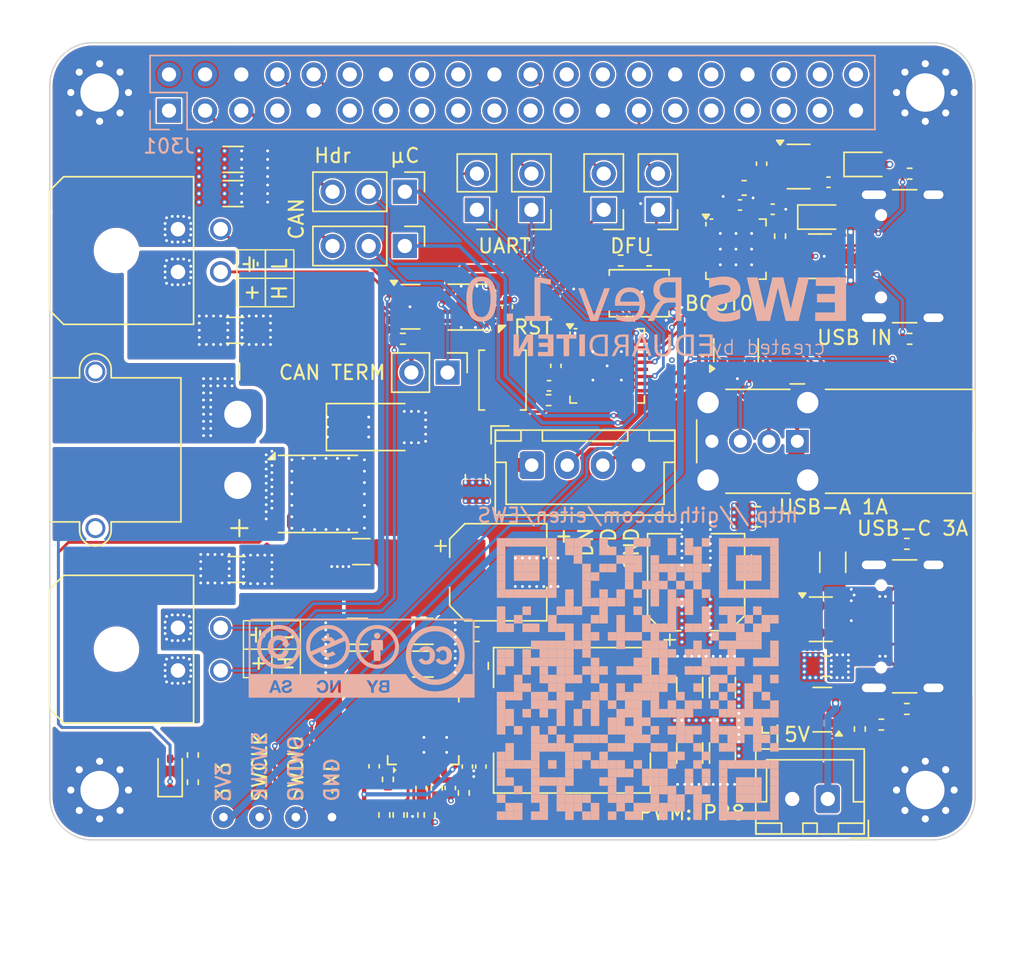
<source format=kicad_pcb>
(kicad_pcb (version 20241229) (generator "pcbnew") (generator_version "9.0")
  (layers (0 "F.Cu" signal) (4 "In1.Cu" signal) (6 "In2.Cu" signal) (2 "B.Cu" signal) (13 "F.Paste" user) (15 "B.Paste" user) (5 "F.SilkS" user "F.Silkscreen") (7 "B.SilkS" user "B.Silkscreen") (1 "F.Mask" user) (3 "B.Mask" user) (25 "Edge.Cuts" user))
  (net 0 "")
  (net 1 "GND")
  (net 2 "/Power/VCC")
  (net 3 "/Power/SS")
  (net 4 "/Power/EN")
  (net 5 "/Power/~{PGOOD}")
  (net 6 "/Power/T_{ON}")
  (net 7 "/Power/VIN")
  (net 8 "5V")
  (net 9 "/Power/FB")
  (net 10 "/Power/SW")
  (net 11 "/Power/SNB")
  (net 36 "3V3")
  (net 56 "Net-(U301-PF2)")
  (net 57 "Net-(J301-Pin_27)")
  (net 58 "Net-(J301-Pin_22)")
  (net 59 "/MCU/SWDIO")
  (net 60 "/MCU/SWCLK")
  (net 61 "Net-(J301-Pin_8)")
  (net 62 "Net-(J301-Pin_10)")
  (net 63 "/MCU/uC USART RX")
  (net 64 "/MCU/uC USART TX")
  (net 65 "/MCU/uC FDCAN1 TX")
  (net 66 "/MCU/uC FDCAN1 RX")
  (net 67 "Net-(J301-Pin_3)")
  (net 68 "Net-(J301-Pin_5)")
  (net 69 "CAN_TX")
  (net 70 "CAN_RX")
  (net 71 "uC USB DP")
  (net 72 "uC USB DN")
  (net 73 "/Connectivity/USB C DP")
  (net 74 "/Connectivity/USB C DN")
  (net 75 "/Connectivity/USB IN DP")
  (net 76 "/Connectivity/USB IN DN")
  (net 77 "/Connectivity/USB A DP")
  (net 78 "/Connectivity/USB A DN")
  (net 79 "/Connectivity/VBUS COUT")
  (net 80 "/Connectivity/CAN N")
  (net 81 "/Connectivity/1DP")
  (net 82 "/Connectivity/1DN")
  (net 83 "/Connectivity/CAN P")
  (net 84 "24V")
  (net 85 "/Connectivity/VEXT")
  (net 86 "/Connectivity/GATE")
  (net 87 "/Connectivity/OUT1")
  (net 88 "/Connectivity/OUT2")
  (net 89 "5VD")
  (net 90 "Net-(JP401-B)")
  (net 91 "Net-(C211-Pad2)")
  (net 92 "Net-(U202-BST)")
  (net 93 "Net-(U402-VDD33)")
  (net 94 "Net-(J407-VBUS)")
  (net 95 "Net-(J404-Pin_1)")
  (net 96 "Net-(J404-Pin_2)")
  (net 97 "Net-(J404-Pin_3)")
  (net 99 "Net-(J405-CC1)")
  (net 100 "Net-(J405-CC2)")
  (net 102 "Net-(J406-CC1)")
  (net 103 "Net-(J406-D--PadA7)")
  (net 105 "Net-(J406-D+-PadA6)")
  (net 107 "Net-(J406-CC2)")
  (net 108 "Net-(J407-D+)")
  (net 109 "Net-(J407-D-)")
  (net 110 "Net-(JP302-A)")
  (net 111 "Net-(JP305-A)")
  (net 112 "Net-(U202-I_{LIM})")
  (net 113 "Net-(U402-~{RESET})")
  (net 125 "Net-(D404-A)")
  (net 127 "Net-(J302-Pin_1)")
  (net 128 "Net-(Q301-G)")
  (net 129 "Net-(U301-PA8)")
  (footprint "Capacitor_SMD:C_1206_3216Metric" (layer "F.Cu") (at 185 103.5 90)
    (property "Reference" "C406" (hide yes))
    (property "Value" "22u")
  )
  (footprint "Connector_Molex:Molex_Micro-Fit_3.0_43045-0400_2x02_P3.00mm_Horizontal" (layer "F.Cu") (at 139 111.1 90)
    (property "Reference" "J402" (hide yes))
    (property "Value" "Toolhead 1")
  )
  (footprint "Inductor_SMD:L_APV_APH1050" (layer "F.Cu") (at 166.68 114.6)
    (property "Reference" "L201" (hide yes))
    (property "Value" "3.3uH" (hide yes))
  )
  (footprint "Connector_USB:USB_A_Wuerth_614004134726_Horizontal" (layer "F.Cu") (at 182.51 95 180)
    (property "Reference" "J407" (hide yes))
    (property "Value" "OUT")
  )
  (footprint "Connector_PinHeader_2.54mm:PinHeader_1x02_P2.54mm_Vertical" (layer "F.Cu") (at 163.83 78.74 180)
    (property "Reference" "JP303" (hide yes))
    (property "Value" "~")
  )
  (footprint "Diode_SMD:D_SOD-323" (layer "F.Cu") (at 138.45 118.35 90)
    (property "Reference" "D401" (hide yes))
    (property "Value" "BZT52C15S")
  )
  (footprint "Capacitor_SMD:C_1206_3216Metric" (layer "F.Cu") (at 177.25 116.9 -90)
    (property "Reference" "C217" (hide yes))
    (property "Value" "22u" (hide yes))
  )
  (footprint "Resistor_SMD:R_0402_1005Metric" (layer "F.Cu") (at 172.1 82.3 180)
    (property "Reference" "R302" (hide yes))
    (property "Value" "1k")
  )
  (footprint "Button_Switch_SMD:SW_SPST_TS-1088-xR020" (layer "F.Cu") (at 161.8 90.7 -90)
    (property "Reference" "SW302" (hide yes))
    (property "Value" "RST")
  )
  (footprint "Package_DFN_QFN:QFN-32-1EP_5x5mm_P0.5mm_EP3.45x3.45mm" (layer "F.Cu") (at 169.15 89.7)
    (property "Reference" "U301" (hide yes))
    (property "Value" "STM32G0B1KBUx")
  )
  (footprint "Package_SON:HVSON-8-1EP_3x3mm_P0.65mm_EP1.6x2.4mm" (layer "F.Cu") (at 159.4875 85.5725 180)
    (property "Reference" "U401" (hide yes))
    (property "Value" "TJA1051TK-3")
  )
  (footprint "Connector_PinHeader_2.54mm:PinHeader_1x02_P2.54mm_Vertical" (layer "F.Cu") (at 157.9375 90.17 -90)
    (property "Reference" "JP401" (hide yes))
    (property "Value" "~")
  )
  (footprint "Capacitor_SMD:CP_Elec_6.3x7.7" (layer "F.Cu") (at 161.5 104.2)
    (property "Reference" "C201" (hide yes))
    (property "Value" "100u" (hide yes))
  )
  (footprint "Package_TO_SOT_SMD:SOT-23-6" (layer "F.Cu") (at 184.1 82 180)
    (property "Reference" "U403" (hide yes))
    (property "Value" "USBLC6-2SC6")
  )
  (footprint "Capacitor_SMD:C_1206_3216Metric" (layer "F.Cu") (at 174.95 112.3 90)
    (property "Reference" "C214" (hide yes))
    (property "Value" "22u" (hide yes))
  )
  (footprint "Resistor_SMD:R_0603_1608Metric" (layer "F.Cu") (at 160.28 110.775 90)
    (property "Reference" "R205" (hide yes))
    (property "Value" "1R")
  )
  (footprint "Fuse:Fuse_0805_2012Metric" (layer "F.Cu") (at 184.5625 110.8)
    (property "Reference" "F403" (hide yes))
    (property "Value" "4A")
  )
  (footprint "Diode_SMD:D_SOD-323" (layer "F.Cu") (at 184.15 79.25)
    (property "Reference" "D404" (hide yes))
    (property "Value" "1N5819WS")
  )
  (footprint "Capacitor_SMD:C_1206_3216Metric" (layer "F.Cu") (at 142.875 75.2 180)
    (property "Reference" "C304" (hide yes))
    (property "Value" "22u")
  )
  (footprint "Connector_PinHeader_2.54mm:PinHeader_1x03_P2.54mm_Vertical" (layer "F.Cu") (at 154.94 77.47 -90)
    (property "Reference" "JP306" (hide yes))
    (property "Value" "Jumper_3_Open")
  )
  (footprint "Package_TO_SOT_SMD:SOT-23" (layer "F.Cu") (at 155.3375 85.5475)
    (property "Reference" "D402" (hide yes))
    (property "Value" "NUP2105L")
  )
  (footprint "Capacitor_SMD:C_0402_1005Metric" (layer "F.Cu") (at 162.1375 85.5475 90)
    (property "Reference" "C403" (hide yes))
    (property "Value" "100n")
  )
  (footprint "Fuse:Fuse_1206_3216Metric_Pad1.42x1.75mm_HandSolder" (layer "F.Cu") (at 143.1125 104 180)
    (property "Reference" "F401" (hide yes))
    (property "Value" "5A")
  )
  (footprint "Resistor_SMD:R_0402_1005Metric" (layer "F.Cu") (at 155.48 121.25 -90)
    (property "Reference" "R203" (hide yes))
    (property "Value" "30k" (hide yes))
  )
  (footprint "MountingHole:MountingHole_2.7mm_Pad_Via" (layer "F.Cu") (at 133.5 119.5)
    (property "Reference" "MH3" (hide yes))
    (property "Value" "MountingHole_Pad")
  )
  (footprint "project:NAMED_TEST_POINT" (layer "F.Cu") (at 147.28 121.4 90)
    (property "Reference" "TP303" (hide yes))
    (property "Value" "SWDIO")
  )
  (footprint "Package_TO_SOT_SMD:SOT-23-3" (layer "F.Cu") (at 182.6 75.7)
    (property "Reference" "U201" (hide yes))
    (property "Value" "XC6206PxxxMR")
  )
  (footprint "Capacitor_SMD:C_0402_1005Metric" (layer "F.Cu") (at 165.07 91.1)
    (property "Reference" "C301" (hide yes))
    (property "Value" "100n")
  )
  (footprint "Capacitor_SMD:C_0402_1005Metric" (layer "F.Cu") (at 152.78 117.83 90)
    (property "Reference" "C211" (hide yes))
    (property "Value" "1u" (hide yes))
  )
  (footprint "Capacitor_SMD:C_1206_3216Metric" (layer "F.Cu") (at 142.875 77.6 180)
    (property "Reference" "C303" (hide yes))
    (property "Value" "22u")
  )
  (footprint "Package_TO_SOT_SMD:SOT-23" (layer "F.Cu") (at 184.2625 113.85 180)
    (property "Reference" "Q301" (hide yes))
    (property "Value" "AO3400A")
  )
  (footprint "Capacitor_SMD:C_0402_1005Metric" (layer "F.Cu") (at 158.13 119.35 90)
    (property "Reference" "C213" (hide yes))
    (property "Value" "1n" (hide yes))
  )
  (footprint "MountingHole:MountingHole_2.7mm_Pad_Via" (layer "F.Cu") (at 191.5 119.5)
    (property "Reference" "MH4" (hide yes))
    (property "Value" "MountingHole_Pad")
  )
  (footprint "MountingHole:MountingHole_2.7mm_Pad_Via" (layer "F.Cu") (at 191.5 70.5)
    (property "Reference" "MH2" (hide yes))
    (property "Value" "MountingHole_Pad")
  )
  (footprint "Capacitor_SMD:C_0402_1005Metric" (layer "F.Cu") (at 159.33 117.85 -90)
    (property "Reference" "C208" (hide yes))
    (property "Value" "100n" (hide yes))
  )
  (footprint "Diode_SMD:D_SMA" (layer "F.Cu") (at 152.94 94)
    (property "Reference" "D403" (hide yes))
    (property "Value" "SMAJ26A")
  )
  (footprint "Resistor_SMD:R_0402_1005Metric" (layer "F.Cu") (at 165.04 92.11)
    (property "Reference" "R303" (hide yes))
    (property "Value" "1k")
  )
  (footprint "Resistor_SMD:R_0402_1005Metric" (layer "F.Cu") (at 140.05 118.95 90)
    (property "Reference" "R401" (hide yes))
    (property "Value" "30k")
  )
  (footprint "project:IC_XR76203ELTR-F" (layer "F.Cu") (at 156.23 115.2 90)
    (property "Reference" "U202" (hide yes))
    (property "Value" "XR76208" (hide yes))
  )
  (footprint "Capacitor_SMD:C_1206_3216Metric" (layer "F.Cu") (at 151.605 110.65 180)
    (property "Reference" "C205" (hide yes))
    (property "Value" "10u" (hide yes))
  )
  (footprint "Connector_PinHeader_2.54mm:PinHeader_1x02_P2.54mm_Vertical" (layer "F.Cu") (at 168.91 78.74 180)
    (property "Reference" "JP302" (hide yes))
    (property "Value" "~")
  )
  (footprint "Fuse:Fuse_0805_2012Metric" (layer "F.Cu") (at 179.6625 100.3)
    (property "Reference" "F404" (hide yes))
    (property "Value" "1.5A")
  )
  (footprint "Capacitor_SMD:C_1206_3216Metric" (layer "F.Cu") (at 180.2 103.7 -90)
    (property "Reference" "C407" (hide yes))
    (property "Value" "22u")
  )
  (footprint "Connector_PinHeader_2.54mm:PinHeader_1x02_P2.54mm_Vertical" (layer "F.Cu") (at 160 78.74 180)
    (property "Reference" "JP304" (hide yes))
    (property "Value" "~")
  )
  (footprint "Fuse:Fuse_1206_3216Metric_Pad1.42x1.75mm_HandSolder" (layer "F.Cu") (at 151.885 102.75 180)
    (property "Reference" "F201" (hide yes))
    (property "Value" "3A")
  )
  (footprint "Capacitor_SMD:C_1206_3216Metric" (layer "F.Cu") (at 151.605 108.35 180)
    (property "Reference" "C202" (hide yes))
    (property "Value" "10u" (hide yes))
  )
  (footprint "Resistor_SMD:R_0402_1005Metric" (layer "F.Cu") (at 159.08 119.7 -90)
    (property "Reference" "R207" (hide yes))
    (property "Value" "2k" (hide yes))
  )
  (footprint "Capacitor_SMD:C_0402_1005Metric" (layer "F.Cu") (at 156.08 119.35 -90)
    (property "Reference" "C210" (hide yes))
    (property "Value" "100n" (hide yes))
  )
  (footprint "Resistor_SMD:R_0402_1005Metric" (layer "F.Cu") (at 157.18 119.35 90)
    (property "Reference" "R206" (hide yes))
    (property "Value" "15.5k" (hide yes))
  )
  (footprint "MountingHole:MountingHole_2.7mm_Pad_Via" (layer "F.Cu") (at 133.5 70.5)
    (property "Reference" "MH1" (hide yes))
    (property "Value" "MountingHole_Pad")
  )
  (footprint "Button_Switch_SMD:SW_SPST_TS-1088-xR020" (layer "F.Cu") (at 171.4 84.6 180)
    (property "Reference" "SW301" (hide yes))
    (property "Value" "BOOT0")
  )
  (footprint "Capacitor_SMD:C_0402_1005Metric" (layer "F.Cu") (at 180.78 78.7)
    (property "Reference" "C401" (hide yes))
    (property "Value" "100n")
  )
  (footprint "Capacitor_SMD:C_0402_1005Metric" (layer "F.Cu") (at 165.55 89.7 90)
    (property "Reference" "C302" (hide yes))
    (property "Value" "100n")
  )
  (footprint "Resistor_SMD:R_0402_1005Metric" (layer "F.Cu") (at 170.1 82.3 180)
    (property "Reference" "R301" (hide yes))
    (property "Value" "10k")
  )
  (footprint "Package_TO_SOT_SMD:SOT-23-6" (layer "F.Cu") (at 184.1625 107.5)
    (property "Reference" "U404" (hide yes))
    (property "Value" "USBLC6-2SC6")
  )
  (footprint "Resistor_SMD:R_0402_1005Metric" (layer "F.Cu") (at 190.2 113.8 180)
    (property "Reference" "R408" (hide yes))
    (property "Value" "10k")
  )
  (footprint "Connector_PinHeader_2.54mm:PinHeader_1x03_P2.54mm_Vertical" (layer "F.Cu") (at 154.94 81.28 -90)
    (property "Reference" "JP301" (hide yes))
    (property "Value" "Jumper_3_Open")
  )
  (footprint "Resistor_SMD:R_0402_1005Metric" (layer "F.Cu") (at 140.05 117.04 90)
    (property "Reference" "R402" (hide yes))
    (property "Value" "30k")
  )
  (footprint "Diode_SMD:D_SOD-323" (layer "F.Cu") (at 187.4 75.55)
    (property "Reference" "D405" (hide yes))
    (property "Value" "1N5819WS")
  )
  (footprint "Resistor_SMD:R_0402_1005Metric" (layer "F.Cu") (at 156.68 121.25 90)
    (property "Reference" "R202" (hide yes))
    (property "Value" "10k" (hide yes))
  )
  (footprint "Resistor_SMD:R_0402_1005Metric" (layer "F.Cu") (at 190.2 102.2 180)
    (property "Reference" "R406" (hide yes))
    (property "Value" "10k")
  )
  (footprint "Resistor_SMD:R_0402_1005Metric" (layer "F.Cu") (at 190.4 87.8 180)
    (property "Reference" "R405" (hide yes))
    (property "Value" "5k1")
  )
  (footprint "Capacitor_SMD:C_1206_3216Metric" (layer "F.Cu") (at 177.25 112.3 90)
    (property "Reference" "C215" (hide yes))
    (property "Value" "22u" (hide yes))
  )
  (footprint "Fuse:Fuse_0805_2012Metric" (layer "F.Cu") (at 159.9 97.6 90)
    (property "Reference" "F405" (hide yes))
    (property "Value" "1.5A")
  )
  (footprint "Connector_AMASS:AMASS_XT30PW-M_1x02_P2.50mm_Horizontal" (layer "F.Cu") (at 143.2 93.1 90)
    (property "Reference" "J401" (hide yes))
    (property "Value" "PWR IN")
  )
  (footprint "Connector_PinHeader_2.54mm:PinHeader_1x02_P2.54mm_Vertical" (layer "F.Cu") (at 172.72 78.74 180)
    (property "Reference" "JP305" (hide yes))
    (property "Value" "~")
  )
  (footprint "Connector_USB:USB_C_Receptacle_GCT_USB4105-xx-A_16P_TopMnt_Horizontal" (layer "F.Cu") (at 191 108 90)
    (property "Reference" "J406" (hide yes))
    (property "Value" "OUT")
  )
  (footprint "Package_DFN_QFN:QFN-24-1EP_4x4mm_P0.5mm_EP2.7x2.7mm_ThermalVias" (layer "F.Cu") (at 178.2 81.5)
    (property "Reference" "U402" (hide yes))
    (property "Value" "CH334F")
  )
  (footprint "Resistor_SMD:R_0402_1005Metric" (layer "F.Cu") (at 190.4 76.2 180)
    (property "Reference" "R407" (hide yes))
    (property "Value" "5k1")
  )
  (footprint "Capacitor_SMD:C_1206_3216Metric" (layer "F.Cu") (at 156.205 108.35)
    (property "Reference" "C206" (hide yes))
    (property "Value" "10u")
  )
  (footprint "Capacitor_SMD:C_0603_1608Metric" (layer "F.Cu") (at 160.005 108.55 180)
    (property "Reference" "C212" (hide yes))
    (property "Value" "220p")
  )
  (footprint "project:NAMED_TEST_POINT" (layer "F.Cu") (at 142.2 121.4 90)
    (property "Reference" "TP301" (hide yes))
    (property "Value" "3V3")
  )
  (footprint "Capacitor_SMD:C_1206_3216Metric" (layer "F.Cu") (at 174.95 116.9 -90)
    (property "Reference" "C216" (hide yes))
    (property "Value" "22u" (hide yes))
  )
  (footprint "Connector_JST:JST_XH_B2B-XH-A_1x02_P2.50mm_Vertical" (layer "F.Cu") (at 184.65 120.125 180)
    (property "Reference" "J302" (hide yes))
    (property "Value" "FAN")
  )
  (footprint "Package_DFN_QFN:AO_DFN-8-1EP_5.55x5.2mm_P1.27mm_EP4.12x4.6mm" (layer "F.Cu") (at 148.835 98.7)
    (property "Reference" "Q401" (hide yes))
    (property "Value" "CJAC70P06")
  )
  (footprint "Capacitor_SMD:CP_Elec_6.3x7.7" (layer "F.Cu") (at 175.4 104.9 90)
    (property "Reference" "C405" (hide yes))
    (property "Value" "100u")
  )
  (footprint "Connector_Molex:Molex_Micro-Fit_3.0_43045-0400_2x02_P3.00mm_Horizontal" (layer "F.Cu") (at 139 83.1 90)
    (property "Reference" "J403" (hide yes))
    (property "Value" "Toolhead 2")
  )
  (footprint "Resistor_SMD:R_0402_1005Metric" (layer "F.Cu") (at 188.41 114.9)
    (property "Reference" "R304" (hide yes))
    (property "Value" "1k")
  )
  (footprint "Resistor_SMD:R_0402_1005Metric" (layer "F.Cu") (at 153.75 118.75 -90)
    (property "Reference" "R204" (hide yes))
    (property "Value" "5k6" (hide yes))
  )
  (footprint "Resistor_SMD:R_0402_1005Metric" (layer "F.Cu") (at 181.3 80.59 90)
    (property "Reference" "R404" (hide yes))
    (property "Value" "1k")
  )
  (footprint "project:NAMED_TEST_POINT" (layer "F.Cu") (at 149.82 121.4 90)
    (property "Reference" "TP302" (hide yes))
    (property "Value" "GND")
  )
  (footprint "Capacitor_SMD:C_0402_1005Metric" (layer "F.Cu") (at 160.28 117.85 -90)
    (property "Reference" "C209" (hide yes))
    (property "Value" "4u7" (hide yes))
  )
  (footprint "Capacitor_SMD:C_1206_3216Metric" (layer "F.Cu") (at 156.205 110.65)
    (property "Reference" "C204" (hide yes))
    (property "Value" "10u")
  )
  (footprint "Connector_USB:USB_C_Receptacle_GCT_USB4105-xx-A_16P_TopMnt_Horizontal" (layer "F.Cu") (at 191 82 90)
    (property "Reference" "J405" (hide yes))
    (property "Value" "IN")
  )
  (footprint "Capacitor_SMD:C_0402_1005Metric" (layer "F.Cu") (at 184.7 76.8 180)
    (property "Reference" "C203" (hide yes))
    (property "Value" "1u")
  )
  (footprint "Resistor_SMD:R_0402_1005Metric" (layer "F.Cu") (at 154.5 121.25 -90)
    (property "Reference" "R208" (hide yes))
    (property "Value" "2k2")
  )
  (footprint "project:NAMED_TEST_POINT" (layer "F.Cu") (at 144.74 121.4 90)
    (property "Reference" "TP304" (hide yes))
    (property "Value" "SWCLK")
  )
  (footprint "Capacitor_SMD:C_0603_1608Metric" (layer "F.Cu") (at 178.775 77.2)
    (property "Reference" "C402" (hide yes))
    (property "Value" "10u")
  )
  (footprint "Package_TO_SOT_SMD:SOT-23-6" (layer "F.Cu") (at 178.2 88.6 90)
    (property "Reference" "U405" (hide yes))
    (property "Value" "USBLC6-2SC6")
  )
  (footprint "Resistor_SMD:R_0402_1005Metric" (layer "F.Cu") (at 153.5 121.25 90)
    (property "Reference" "R201" (hide yes))
    (property "Value" "100k" (hide yes))
  )
  (footprint "Resistor_SMD:R_0402_1005Metric" (layer "F.Cu") (at 186.9 115.21 90)
    (property "Reference" "R305" (hide yes))
    (property "Value" "10k")
  )
  (footprint "Resistor_SMD:R_0402_1005Metric_Pad0.72x0.64mm_HandSolder" (layer "F.Cu") (at 154.8 87.8 180)
    (property "Reference" "R403" (hide yes))
    (property "Value" "120R")
  )
  (footprint "Fuse:Fuse_1206_3216Metric_Pad1.42x1.75mm_HandSolder" (layer "F.Cu") (at 143.0125 87.2 180)
    (property "Reference" "F402" (hide yes))
    (property "Value" "5A")
  )
  (footprint "Connector_JST:JST_XH_B4B-XH-A_1x04_P2.50mm_Vertical" (layer "F.Cu") (at 163.85 96.675)
    (property "Reference" "J404" (hide yes))
    (property "Value" "XH")
  )
  (footprint "Capacitor_SMD:C_0402_1005Metric" (layer "F.Cu") (at 180 75.5 -90)
    (property "Reference" "C207" (hide yes))
    (property "Value" "1u")
  )
  (footprint "Capacitor_SMD:C_0402_1005Metric" (layer "F.Cu") (at 178.48 78.4)
    (property "Reference" "C404" (hide yes))
    (property "Value" "100n")
  )
  (footprint "project:http___github.com_eiten_EWS" (layer "B.Cu") (at 171.3 111.7 180)
    (property "Reference" "QR*****" (hide yes))
    (property "Value" "http://github.com/eiten/EWS")
  )
  (footprint "project:CC_BY_NC_SA 4" (layer "B.Cu") (at 157.6 109.4 180)
    (property "Reference" "REF**" (hide yes))
    (property "Value" "CC_BY_NC_SA 4")
  )
  (footprint "project:EWS Rev. 1.0" (layer "B.Cu") (at 173.1 86.8 180)
    (property "Reference" "REF**" (hide yes))
    (property "Value" "EWS Rev. 1.0")
  )
  (footprint "Connector_PinSocket_2.54mm:PinSocket_2x20_P2.54mm_Vertical" (layer "B.Cu") (at 138.37 71.77 -90)
    (property "Reference" "J301")
    (property "Value" "GPIO")
  )
  (footprint "project:EduardIten" (layer "B.Cu") (at 173.5 90 180)
    (property "Reference" "REF**" (hide yes))
    (property "Value" "EduardIten")
  )
  (gr_rect (start 145.145 81.55) (end 147.145 83.55) (stroke (width 0.1)) (fill no) (layer "F.SilkS"))
  (gr_rect (start 145.6 107.6) (end 147.6 109.6) (stroke (width 0.1)) (fill no) (layer "F.SilkS"))
  (gr_rect (start 143.145 83.55) (end 145.145 85.55) (stroke (width 0.1)) (fill no) (layer "F.SilkS"))
  (gr_rect (start 143.6 109.6) (end 145.6 111.6) (stroke (width 0.1)) (fill no) (layer "F.SilkS"))
  (gr_rect (start 145.145 83.55) (end 147.145 85.55) (stroke (width 0.1)) (fill no) (layer "F.SilkS"))
  (gr_rect (start 145.6 109.6) (end 147.6 111.6) (stroke (width 0.1)) (fill no) (layer "F.SilkS"))
  (gr_rect (start 143.145 81.55) (end 145.145 83.55) (stroke (width 0.1)) (fill no) (layer "F.SilkS"))
  (gr_rect (start 143.6 107.6) (end 145.6 109.6) (stroke (width 0.1)) (fill no) (layer "F.SilkS"))
  (gr_arc (start 195 120) (mid 194.12132 122.12132) (end 192 123) (stroke (width 0.1)) (layer "Edge.Cuts"))
  (gr_line (start 192 67) (end 133 67) (stroke (width 0.1)) (layer "Edge.Cuts"))
  (gr_line (start 195 120) (end 195 70) (stroke (width 0.1)) (layer "Edge.Cuts"))
  (gr_arc (start 192 67) (mid 194.12132 67.87868) (end 195 70) (stroke (width 0.1)) (layer "Edge.Cuts"))
  (gr_arc (start 133 123) (mid 130.87868 122.12132) (end 130 120) (stroke (width 0.1)) (layer "Edge.Cuts"))
  (gr_line (start 133 123) (end 192 123) (stroke (width 0.1)) (layer "Edge.Cuts"))
  (gr_arc (start 130 70) (mid 130.87868 67.87868) (end 133 67) (stroke (width 0.1)) (layer "Edge.Cuts"))
  (gr_line (start 130 70) (end 130 120) (stroke (width 0.1)) (layer "Edge.Cuts"))
  (gr_text "⏚|5V" (at 181.4 115.6 0) (layer "F.SilkS") (effects (font (size 1 1))))
  (gr_text "H" (at 146.145 84.55 90) (layer "F.SilkS") (effects (font (size 1 1))))
  (gr_text "CAN" (at 147.32 79.375 90) (layer "F.SilkS") (effects (font (size 1 1))))
  (gr_text "⏚" (at 144.6 108.6 90) (layer "F.SilkS") (effects (font (size 1 1))))
  (gr_text "BOOT0" (at 174.5 85.9 0) (layer "F.SilkS") (effects (font (size 1 1)) (justify left bottom)))
  (gr_text "Hdr" (at 149.86 74.93 0) (layer "F.SilkS") (effects (font (size 1 1))))
  (gr_text "μC" (at 154.94 74.93 0) (layer "F.SilkS") (effects (font (size 1 1))))
  (gr_text "DFU" (at 170.815 81.28 0) (layer "F.SilkS") (effects (font (size 1 1))))
  (gr_text "USB-A 1A" (at 181.1 100.2 0) (layer "F.SilkS") (effects (font (size 1 1)) (justify left bottom)))
  (gr_text "⏚" (at 144.145 82.55 90) (layer "F.SilkS") (effects (font (size 1 1))))
  (gr_text "RST" (at 162.5 87.565 0) (layer "F.SilkS") (effects (font (size 1 1)) (justify left bottom)))
  (gr_text "UART" (at 161.925 81.28 0) (layer "F.SilkS") (effects (font (size 1 1))))
  (gr_text "+\nDN\nPD\nGND" (at 171.45 100.965 90) (layer "F.SilkS") (effects (font (size 1 1)) (justify right bottom)))
  (gr_text "+" (at 144.6 110.6 90) (layer "F.SilkS") (effects (font (size 1 1))))
  (gr_text "L" (at 146.6 108.6 90) (layer "F.SilkS") (effects (font (size 1 1))))
  (gr_text "USB IN" (at 183.8 88.3 0) (layer "F.SilkS") (effects (font (size 1 1)) (justify left bottom)))
  (gr_text "L" (at 146.145 82.55 90) (layer "F.SilkS") (effects (font (size 1 1))))
  (gr_text "H" (at 146.6 110.6 90) (layer "F.SilkS") (effects (font (size 1 1))))
  (gr_text "USB-C 3A" (at 186.6 101.7 0) (layer "F.SilkS") (effects (font (size 1 1)) (justify left bottom)))
  (gr_text "PWM: PB8" (at 175.1 121.1 0) (layer "F.SilkS") (effects (font (size 1 1))))
  (gr_text "+" (at 144.145 84.55 90) (layer "F.SilkS") (effects (font (size 1 1))))
  (gr_text "CAN TERM" (at 153.67 90.17 0) (layer "F.SilkS") (effects (font (size 1 1)) (justify right)))
  (via (at 173.7 89.3) (size 0.4) (drill 0.2) (layers "F.Cu" "B.Cu") (net 0))
  (via (at 145.3 75.8) (size 0.4) (drill 0.2) (layers "F.Cu" "B.Cu") (net 1))
  (via (at 174.6 110.1) (size 0.4) (drill 0.2) (layers "F.Cu" "B.Cu") (net 1))
  (via (at 163.2 103.2) (size 0.4) (drill 0.2) (layers "F.Cu" "B.Cu") (net 1))
  (via (at 162.7 103.2) (size 0.4) (drill 0.2) (layers "F.Cu" "B.Cu") (net 1))
  (via (at 174.4 103.2) (size 0.4) (drill 0.2) (layers "F.Cu" "B.Cu") (net 1))
  (via (at 158.48 110.75) (size 0.4) (drill 0.2) (layers "F.Cu" "B.Cu") (net 1))
  (via (at 158.48 110.25) (size 0.4) (drill 0.2) (layers "F.Cu" "B.Cu") (net 1))
  (via (at 145.3 74.6) (size 0.4) (drill 0.2) (layers "F.Cu" "B.Cu") (net 1))
  (via (at 178.3 90.6) (size 0.4) (drill 0.2) (layers "F.Cu" "B.Cu") (net 1))
  (via (at 139.8 80.9) (size 0.4) (drill 0.2) (layers "F.Cu" "B.Cu") (net 1))
  (via (at 140.8 93.1) (size 0.4) (drill 0.2) (layers "F.Cu" "B.Cu") (net 1))
  (via (at 166.8 84.3) (size 0.4) (drill 0.2) (layers "F.Cu" "B.Cu") (net 1))
  (via (at 140.8 90.6) (size 0.4) (drill 0.2) (layers "F.Cu" "B.Cu") (net 1))
  (via (at 184.4 82) (size 0.4) (drill 0.2) (layers "F.Cu" "B.Cu") (net 1))
  (via (at 177.6 110.1) (size 0.4) (drill 0.2) (layers "F.Cu" "B.Cu") (net 1))
  (via (at 175.1 119.1) (size 0.4) (drill 0.2) (layers "F.Cu" "B.Cu") (net 1))
  (via (at 145.3 78.2) (size 0.4) (drill 0.2) (layers "F.Cu" "B.Cu") (net 1))
  (via (at 176.4 102.7) (size 0.4) (drill 0.2) (layers "F.Cu" "B.Cu") (net 1))
  (via (at 149.38 109.75) (size 0.4) (drill 0.2) (layers "F.Cu" "B.Cu") (net 1))
  (via (at 174.4 101.7) (size 0.4) (drill 0.2) (layers "F.Cu" "B.Cu") (net 1))
  (via (at 139.4 81) (size 0.4) (drill 0.2) (layers "F.Cu" "B.Cu") (net 1))
  (via (at 138.6 81) (size 0.4) (drill 0.2) (layers "F.Cu" "B.Cu") (net 1))
  (via (at 163.2 105.2) (size 0.4) (drill 0.2) (layers "F.Cu" "B.Cu") (net 1))
  (via (at 165.2 105.2) (size 0.4) (drill 0.2) (layers "F.Cu" "B.Cu") (net 1))
  (via (at 138.1 80.5) (size 0.4) (drill 0.2) (layers "F.Cu" "B.Cu") (net 1))
  (via (at 154.9 95.1) (size 0.4) (drill 0.2) (layers "F.Cu" "B.Cu") (net 1))
  (via (at 145.3 77) (size 0.4) (drill 0.2) (layers "F.Cu" "B.Cu") (net 1))
  (via (at 138.1 108.5) (size 0.4) (drill 0.2) (layers "F.Cu" "B.Cu") (net 1))
  (via (at 166.9 87.4) (size 0.4) (drill 0.2) (layers "F.Cu" "B.Cu") (net 1))
  (via (at 165.2 103.2) (size 0.4) (drill 0.2) (layers "F.Cu" "B.Cu") (net 1))
  (via (at 139.4 109) (size 0.4) (drill 0.2) (layers "F.Cu" "B.Cu") (net 1))
  (via (at 140.8 92.1) (size 0.4) (drill 0.2) (layers "F.Cu" "B.Cu") (net 1))
  (via (at 177.1 119.1) (size 0.4) (drill 0.2) (layers "F.Cu" "B.Cu") (net 1))
  (via (at 170.15 88.7) (size 0.4) (drill 0.2) (layers "F.Cu" "B.Cu") (net 1))
  (via (at 165.7 105.2) (size 0.4) (drill 0.2) (layers "F.Cu" "B.Cu") (net 1))
  (via (at 176.4 103.7) (size 0.4) (drill 0.2) (layers "F.Cu" "B.Cu") (net 1))
  (via (at 158.9 84.1) (size 0.4) (drill 0.2) (layers "F.Cu" "B.Cu") (net 1))
  (via (at 140.8 91.6) (size 0.4) (drill 0.2) (layers "F.Cu" "B.Cu") (net 1))
  (via (at 162.7 105.2) (size 0.4) (drill 0.2) (layers "F.Cu" "B.Cu") (net 1))
  (via (at 174.4 101.2) (size 0.4) (drill 0.2) (layers "F.Cu" "B.Cu") (net 1))
  (via (at 156.4 94.5) (size 0.4) (drill 0.2) (layers "F.Cu" "B.Cu") (net 1))
  (via (at 158.9 87) (size 0.4) (drill 0.2) (layers "F.Cu" "B.Cu") (net 1))
  (via (at 141.3 94.1) (size 0.4) (drill 0.2) (layers "F.Cu" "B.Cu") (net 1))
  (via (at 149.38 110.75) (size 0.4) (drill 0.2) (layers "F.Cu" "B.Cu") (net 1))
  (via (at 141.3 93.6) (size 0.4) (drill 0.2) (layers "F.Cu" "B.Cu") (net 1))
  (via (at 164.7 105.2) (size 0.4) (drill 0.2) (layers "F.Cu" "B.Cu") (net 1))
  (via (at 174.1 119.1) (size 0.4) (drill 0.2) (layers "F.Cu" "B.Cu") (net 1))
  (via (at 142.8 91.1) (size 0.4) (drill 0.2) (layers "F.Cu" "B.Cu") (net 1))
  (via (at 178.1 110.1) (size 0.4) (drill 0.2) (layers "F.Cu" "B.Cu") (net 1))
  (via (at 168.15 90.7) (size 0.4) (drill 0.2) (layers "F.Cu" "B.Cu") (net 1))
  (via (at 139.9 108.5) (size 0.4) (drill 0.2) (layers "F.Cu" "B.Cu") (net 1))
  (via (at 141.3 91.6) (size 0.4) (drill 0.2) (layers "F.Cu" "B.Cu") (net 1))
  (via (at 141.8 91.1) (size 0.4) (drill 0.2) (layers "F.Cu" "B.Cu") (net 1))
  (via (at 138.1 107.7) (size 0.4) (drill 0.2) (layers "F.Cu" "B.Cu") (net 1))
  (via (at 174.4 102.7) (size 0.4) (drill 0.2) (layers "F.Cu" "B.Cu") (net 1))
  (via (at 155.9 95.1) (size 0.4) (drill 0.2) (layers "F.Cu" "B.Cu") (net 1))
  (via (at 158.48 109.25) (size 0.4) (drill 0.2) (layers "F.Cu" "B.Cu") (net 1))
  (via (at 158.48 107.75) (size 0.4) (drill 0.2) (layers "F.Cu" "B.Cu") (net 1))
  (via (at 143.475 75.8) (size 0.4) (drill 0.2) (layers "F.Cu" "B.Cu") (net 1))
  (via (at 145.3 77.6) (size 0.4) (drill 0.2) (layers "F.Cu" "B.Cu") (net 1))
  (via (at 159.78 118.55) (size 0.4) (drill 0.2) (layers "F.Cu" "B.Cu") (net 1))
  (via (at 143.475 75.2) (size 0.4) (drill 0.2) (layers "F.Cu" "B.Cu") (net 1))
  (via (at 158.48 109.75) (size 0.4) (drill 0.2) (layers "F.Cu" "B.Cu") (net 1))
  (via (at 138.2 108.9) (size 0.4) (drill 0.2) (layers "F.Cu" "B.Cu") (net 1))
  (via (at 155.9 92.9) (size 0.4) (drill 0.2) (layers "F.Cu" "B.Cu") (net 1))
  (via (at 139.4 79.2) (size 0.4) (drill 0.2) (layers "F.Cu" "B.Cu") (net 1))
  (via (at 174.6 119.1) (size 0.4) (drill 0.2) (layers "F.Cu" "B.Cu") (net 1))
  (via (at 149.38 108.75) (size 0.4) (drill 0.2) (layers "F.Cu" "B.Cu") (net 1))
  (via (at 175.6 119.1) (size 0.4) (drill 0.2) (layers "F.Cu" "B.Cu") (net 1))
  (via (at 159.9 87) (size 0.4) (drill 0.2) (layers "F.Cu" "B.Cu") (net 1))
  (via (at 169.15 89.7) (size 0.4) (drill 0.2) (layers "F.Cu" "B.Cu") (net 1))
  (via (at 177.3 77.8) (size 0.4) (drill 0.2) (layers "F.Cu" "B.Cu") (net 1))
  (via (at 139 79.2) (size 0.4) (drill 0.2) (layers "F.Cu" "B.Cu") (net 1))
  (via (at 159.78 118.15) (size 0.4) (drill 0.2) (layers "F.Cu" "B.Cu") (net 1))
  (via (at 145.3 76.4) (size 0.4) (drill 0.2) (layers "F.Cu" "B.Cu") (net 1))
  (via (at 139 81) (size 0.4) (drill 0.2) (layers "F.Cu" "B.Cu") (net 1))
  (via (at 138.1 79.7) (size 0.4) (drill 0.2) (layers "F.Cu" "B.Cu") (net 1))
  (via (at 176.4 101.2) (size 0.4) (drill 0.2) (layers "F.Cu" "B.Cu") (net 1))
  (via (at 164.2 105.2) (size 0.4) (drill 0.2) (layers "F.Cu" "B.Cu") (net 1))
  (via (at 174.1 110.1) (size 0.4) (drill 0.2) (layers "F.Cu" "B.Cu") (net 1))
  (via (at 138.6 79.2) (size 0.4) (drill 0.2) (layers "F.Cu" "B.Cu") (net 1))
  (via (at 154.9 92.9) (size 0.4) (drill 0.2) (layers "F.Cu" "B.Cu") (net 1))
  (via (at 140.8 92.6) (size 0.4) (drill 0.2) (layers "F.Cu" "B.Cu") (net 1))
  (via (at 139.8 108.9) (size 0.4) (drill 0.2) (layers "F.Cu" "B.Cu") (net 1))
  (via (at 160 84.1) (size 0.4) (drill 0.2) (layers "F.Cu" "B.Cu") (net 1))
  (via (at 164.7 103.2) (size 0.4) (drill 0.2) (layers "F.Cu" "B.Cu") (net 1))
  (via (at 141.3 93.1) (size 0.4) (drill 0.2) (layers "F.Cu" "B.Cu") (net 1))
  (via (at 141.3 92.1) (size 0.4) (drill 0.2) (layers "F.Cu" "B.Cu") (net 1))
  (via (at 156.4 94) (size 0.4) (drill 0.2) (layers "F.Cu" "B.Cu") (net 1))
  (via (at 142.8 90.6) (size 0.4) (drill 0.2) (layers "F.Cu" "B.Cu") (net 1))
  (via (at 149.38 107.75) (size 0.4) (drill 0.2) (layers "F.Cu" "B.Cu") (net 1))
  (via (at 141.3 92.6) (size 0.4) (drill 0.2) (layers "F.Cu" "B.Cu") (net 1))
  (via (at 158.48 111.25) (size 0.4) (drill 0.2) (layers "F.Cu" "B.Cu") (net 1))
  (via (at 155.4 95.1) (size 0.4) (drill 0.2) (layers "F.Cu" "B.Cu") (net 1))
  (via (at 138.6 107.2) (size 0.4) (drill 0.2) (layers "F.Cu" "B.Cu") (net 1))
  (via (at 156.4 93.5) (size 0.4) (drill 0.2) (layers "F.Cu" "B.Cu") (net 1))
  (via (at 155.4 92.9) (size 0.4) (drill 0.2) (layers "F.Cu" "B.Cu") (net 1))
  (via (at 143.475 76.4) (size 0.4) (drill 0.2) (layers "F.Cu" "B.Cu") (net 1))
  (via (at 139.9 107.7) (size 0.4) (drill 0.2) (layers "F.Cu" "B.Cu") (net 1))
  (via (at 164.2 103.2) (size 0.4) (drill 0.2) (layers "F.Cu" "B.Cu") (net 1))
  (via (at 176.4 102.2) (size 0.4) (drill 0.2) (layers "F.Cu" "B.Cu") (net 1))
  (via (at 149.38 111.25) (size 0.4) (drill 0.2) (layers "F.Cu" "B.Cu") (net 1))
  (via (at 139 109) (size 0.4) (drill 0.2) (layers "F.Cu" "B.Cu") (net 1))
  (via (at 176.4 100.7) (size 0.4) (drill 0.2) (layers "F.Cu" "B.Cu") (net 1))
  (via (at 143.475 74.6) (size 0.4) (drill 0.2) (layers "F.Cu" "B.Cu") (net 1))
  (via (at 176.6 110.1) (size 0.4) (drill 0.2) (layers "F.Cu" "B.Cu") (net 1))
  (via (at 176.4 101.7) (size 0.4) (drill 0.2) (layers "F.Cu" "B.Cu") (net 1))
  (via (at 145.3 75.2) (size 0.4) (drill 0.2) (layers "F.Cu" "B.Cu") (net 1))
  (via (at 156.4 93) (size 0.4) (drill 0.2) (layers "F.Cu" "B.Cu") (net 1))
  (via (at 175.1 110.1) (size 0.4) (drill 0.2) (layers "F.Cu" "B.Cu") (net 1))
  (via (at 149.38 109.25) (size 0.4) (drill 0.2) (layers "F.Cu" "B.Cu") (net 1))
  (via (at 176.1 110.1) (size 0.4) (drill 0.2) (layers "F.Cu" "B.Cu") (net 1))
  (via (at 158.48 108.75) (size 0.4) (drill 0.2) (layers "F.Cu" "B.Cu") (net 1))
  (via (at 138.2 80.9) (size 0.4) (drill 0.2) (layers "F.Cu" "B.Cu") (net 1))
  (via (at 155.3 85.55) (size 0.4) (drill 0.2) (layers "F.Cu" "B.Cu") (net 1))
  (via (at 143.475 77) (size 0.4) (drill 0.2) (layers "F.Cu" "B.Cu") (net 1))
  (via (at 175.6 110.1) (size 0.4) (drill 0.2) (layers "F.Cu" "B.Cu") (net 1))
  (via (at 143.475 77.6) (size 0.4) (drill 0.2) (layers "F.Cu" "B.Cu") (net 1))
  (via (at 168.15 88.7) (size 0.4) (drill 0.2) (layers "F.Cu" "B.Cu") (net 1))
  (via (at 170.15 90.7) (size 0.4) (drill 0.2) (layers "F.Cu" "B.Cu") (net 1))
  (via (at 174.4 100.7) (size 0.4) (drill 0.2) (layers "F.Cu" "B.Cu") (net 1))
  (via (at 139.9 80.1) (size 0.4) (drill 0.2) (layers "F.Cu" "B.Cu") (net 1))
  (via (at 139.9 108.1) (size 0.4) (drill 0.2) (layers "F.Cu" "B.Cu") (net 1))
  (via (at 176.6 119.1) (size 0.4) (drill 0.2) (layers "F.Cu" "B.Cu") (net 1))
  (via (at 142.3 91.1) (size 0.4) (drill 0.2) (layers "F.Cu" "B.Cu") (net 1))
  (via (at 171.5 78.3) (size 0.4) (drill 0.2) (layers "F.Cu" "B.Cu") (net 1))
  (via (at 139.8 107.3) (size 0.4) (drill 0.2) (layers "F.Cu" "B.Cu") (net 1))
  (via (at 138.6 109) (size 0.4) (drill 0.2) (layers "F.Cu" "B.Cu") (net 1))
  (via (at 140.8 94.1) (size 0.4) (drill 0.2) (layers "F.Cu" "B.Cu") (net 1))
  (via (at 149.38 110.25) (size 0.4) (drill 0.2) (layers "F.Cu" "B.Cu") (net 1))
  (via (at 178.1 119.1) (size 0.4) (drill 0.2) (layers "F.Cu" "B.Cu") (net 1))
  (via (at 141.3 94.6) (size 0.4) (drill 0.2) (layers "F.Cu" "B.Cu") (net 1))
  (via (at 139.9 80.5) (size 0.4) (drill 0.2) (layers "F.Cu" "B.Cu") (net 1))
  (via (at 177.1 110.1) (size 0.4) (drill 0.2) (layers "F.Cu" "B.Cu") (net 1))
  (via (at 173.3 86.5) (size 0.4) (drill 0.2) (layers "F.Cu" "B.Cu") (net 1))
  (via (at 138.1 108.1) (size 0.4) (drill 0.2) (layers "F.Cu" "B.Cu") (net 1))
  (via (at 155.48 121.35) (size 0.4) (drill 0.2) (layers "F.Cu" "B.Cu") (net 1))
  (via (at 141.8 90.6) (size 0.4) (drill 0.2) (layers "F.Cu" "B.Cu") (net 1))
  (via (at 158.48 108.25) (size 0.4) (drill 0.2) (layers "F.Cu" "B.Cu") (net 1))
  (via (at 171.6 84.5) (size 0.4) (drill 0.2) (layers "F.Cu" "B.Cu") (net 1))
  (via (at 140.8 91.1) (size 0.4) (drill 0.2) (layers "F.Cu" "B.Cu") (net 1))
  (via (at 174.4 103.7) (size 0.4) (drill 0.2) (layers "F.Cu" "B.Cu") (net 1))
  (via (at 140.8 94.6) (size 0.4) (drill 0.2) (layers "F.Cu" "B.Cu") (net 1))
  (via (at 139.9 79.7) (size 0.4) (drill 0.2) (layers "F.Cu" "B.Cu") (net 1))
  (via (at 181.7 78.7) (size 0.4) (drill 0.2) (layers "F.Cu" "B.Cu") (net 1))
  (via (at 138.2 107.3) (size 0.4) (drill 0.2) (layers "F.Cu" "B.Cu") (net 1))
  (via (at 141.3 90.6) (size 0.4) (drill 0.2) (layers "F.Cu" "B.Cu") (net 1))
  (via (at 176.1 119.1) (size 0.4) (drill 0.2) (layers "F.Cu" "B.Cu") (net 1))
  (via (at 156.4 95) (size 0.4) (drill 0.2) (layers "F.Cu" "B.Cu") (net 1))
  (via (at 149.38 108.25) (size 0.4) (drill 0.2) (layers "F.Cu" "B.Cu") (net 1))
  (via (at 174.4 85.6) (size 0.4) (drill 0.2) (layers "F.Cu" "B.Cu") (net 1))
  (via (at 174.4 102.2) (size 0.4) (drill 0.2) (layers "F.Cu" "B.Cu") (net 1))
  (via (at 138.2 79.3) (size 0.4) (drill 0.2) (layers "F.Cu" "B.Cu") (net 1))
  (via (at 163.7 103.2) (size 0.4) (drill 0.2) (layers "F.Cu" "B.Cu") (net 1))
  (via (at 139 107.2) (size 0.4) (drill 0.2) (layers "F.Cu" "B.Cu") (net 1))
  (via (at 179.4 77.9) (size 0.4) (drill 0.2) (layers "F.Cu" "B.Cu") (net 1))
  (via (at 176.4 103.2) (size 0.4) (drill 0.2) (layers "F.Cu" "B.Cu") (net 1))
  (via (at 141.3 91.1) (size 0.4) (drill 0.2) (layers "F.Cu" "B.Cu") (net 1))
  (via (at 143.475 78.2) (size 0.4) (drill 0.2) (layers "F.Cu" "B.Cu") (net 1))
  (via (at 139.4 107.2) (size 0.4) (drill 0.2) (layers "F.Cu" "B.Cu") (net 1))
  (via (at 139.8 79.3) (size 0.4) (drill 0.2) (layers "F.Cu" "B.Cu") (net 1))
  (via (at 165.7 103.2) (size 0.4) (drill 0.2) (layers "F.Cu" "B.Cu") (net 1))
  (via (at 142.3 90.6) (size 0.4) (drill 0.2) (layers "F.Cu" "B.Cu") (net 1))
  (via (at 177.6 119.1) (size 0.4) (drill 0.2) (layers "F.Cu" "B.Cu") (net 1))
  (via (at 140.8 93.6) (size 0.4) (drill 0.2) (layers "F.Cu" "B.Cu") (net 1))
  (via (at 163.7 105.2) (size 0.4) (drill 0.2) (layers "F.Cu" "B.Cu") (net 1))
  (via (at 138.1 80.1) (size 0.4) (drill 0.2) (layers "F.Cu" "B.Cu") (net 1))
  (segment (start 159.631 116.401) (end 159.43 116.2) (width 0.2) (layer "F.Cu") (net 2))
  (segment (start 160.28 117.37) (end 159.631 116.721) (width 0.2) (layer "F.Cu") (net 2))
  (segment (start 159.43 116.2) (end 158.822 116.2) (width 0.2) (layer "F.Cu") (net 2))
  (segment (start 159.631 116.721) (end 159.631 116.401) (width 0.2) (layer "F.Cu") (net 2))
  (segment (start 156.23 118.72) (end 156.08 118.87) (width 0.2) (layer "F.Cu") (net 3))
  (segment (start 156.23 117.792) (end 156.23 118.72) (width 0.2) (layer "F.Cu") (net 3))
  (segment (start 155.168 120.072) (end 155.168 118.392) (width 0.2) (layer "F.Cu") (net 4))
  (segment (start 155.23 118.33) (end 155.23 117.792) (width 0.2) (layer "F.Cu") (net 4))
  (segment (start 153.5 120.74) (end 154.5 120.74) (width 0.2) (layer "F.Cu") (net 4))
  (segment (start 155.168 118.392) (end 155.23 118.33) (width 0.2) (layer "F.Cu") (net 4))
  (segment (start 154.5 120.74) (end 155.168 120.072) (width 0.2) (layer "F.Cu") (net 4))
  (segment (start 156.659 117.863) (end 156.659 120.719) (width 0.2) (layer "F.Cu") (net 5))
  (segment (start 156.73 117.792) (end 156.659 117.863) (width 0.2) (layer "F.Cu") (net 5))
  (segment (start 156.659 120.719) (end 156.68 120.74) (width 0.2) (layer "F.Cu") (net 5))
  (segment (start 155.569 120.651) (end 155.48 120.74) (width 0.2) (layer "F.Cu") (net 6))
  (segment (start 155.73 117.792) (end 155.73 118.423872) (width 0.2) (layer "F.Cu") (net 6))
  (segment (start 155.569 118.584872) (end 155.569 120.651) (width 0.2) (layer "F.Cu") (net 6))
  (segment (start 155.73 118.423872) (end 155.569 118.584872) (width 0.2) (layer "F.Cu") (net 6))
  (segment (start 153.16 121.76) (end 153.5 121.76) (width 0.3) (layer "F.Cu") (net 7))
  (segment (start 152.08 119.8) (end 152.08 120.68) (width 0.3) (layer "F.Cu") (net 7))
  (segment (start 158.96 117.37) (end 158.28 118.05) (width 0.3) (layer "F.Cu") (net 7))
  (segment (start 153.43 115.2) (end 152.43 115.2) (width 0.3) (layer "F.Cu") (net 7))
  (segment (start 152.08 115.55) (end 152.08 119.8) (width 0.3) (layer "F.Cu") (net 7))
  (segment (start 159.33 117.208) (end 158.822 116.7) (width 0.3) (layer "F.Cu") (net 7))
  (segment (start 159.33 117.37) (end 158.96 117.37) (width 0.3) (layer "F.Cu") (net 7))
  (segment (start 159.33 117.37) (end 159.33 117.208) (width 0.3) (layer "F.Cu") (net 7))
  (segment (start 152.43 115.2) (end 152.08 115.55) (width 0.3) (layer "F.Cu") (net 7))
  (segment (start 152.08 120.68) (end 153.16 121.76) (width 0.3) (layer "F.Cu") (net 7))
  (via (at 152.08 119.8) (size 0.4) (drill 0.2) (layers "F.Cu" "B.Cu") (net 7))
  (via (at 158.28 118.05) (size 0.4) (drill 0.2) (layers "F.Cu" "B.Cu") (net 7))
  (segment (start 156.53 119.8) (end 158.28 118.05) (width 0.3) (layer "B.Cu") (net 7))
  (segment (start 152.08 119.8) (end 156.53 119.8) (width 0.3) (layer "B.Cu") (net 7))
  (segment (start 157.07 121.76) (end 157.08 121.75) (width 0.3) (layer "F.Cu") (net 8))
  (segment (start 162.1375 85.0675) (end 162.6175 85.0675) (width 0.3) (layer "F.Cu") (net 8))
  (segment (start 158.13 120.2) (end 158.18 120.25) (width 0.3) (layer "F.Cu") (net 8))
  (segment (start 186.9 115.72) (end 183.52 115.72) (width 0.2) (layer "F.Cu") (net 8))
  (segment (start 158.1 119.86) (end 158.13 119.83) (width 0.3) (layer "F.Cu") (net 8))
  (segment (start 188.45 75.55) (end 189 75.55) (width 0.5) (layer "F.Cu") (net 8))
  (segment (start 161.9575 85.2475) (end 162.1375 85.0675) (width 0.3) (layer "F.Cu") (net 8))
  (segment (start 182.9625 82) (end 183.8 82) (width 0.3) (layer "F.Cu") (net 8))
  (segment (start 162.6175 85.0675) (end 162.6375 85.0475) (width 0.3) (layer "F.Cu") (net 8))
  (segment (start 157.18 119.86) (end 158.1 119.86) (width 0.3) (layer "F.Cu") (net 8))
  (segment (start 160.9375 85.2475) (end 161.9575 85.2475) (width 0.3) (layer "F.Cu") (net 8))
  (segment (start 158.13 119.83) (end 158.13 120.2) (width 0.3) (layer "F.Cu") (net 8))
  (segment (start 156.68 121.76) (end 157.07 121.76) (width 0.3) (layer "F.Cu") (net 8))
  (segment (start 183.5 115.7) (end 183.52 115.72) (width 0.2) (layer "F.Cu") (net 8))
  (via (at 179.3625 101) (size 0.4) (drill 0.2) (layers "F.Cu" "B.Cu") (net 8))
  (via (at 174.4 107.6) (size 0.4) (drill 0.2) (layers "F.Cu" "B.Cu") (net 8))
  (via (at 160.7 97.9) (size 0.4) (drill 0.2) (layers "F.Cu" "B.Cu") (net 8))
  (via (at 176.4 109.1) (size 0.4) (drill 0.2) (layers "F.Cu" "B.Cu") (net 8))
  (via (at 183 111.6) (size 0.4) (drill 0.2) (layers "F.Cu" "B.Cu") (net 8))
  (via (at 178.0625 101) (size 0.4) (drill 0.2) (layers "F.Cu" "B.Cu") (net 8))
  (via (at 174.4 107.1) (size 0.4) (drill 0.2) (layers "F.Cu" "B.Cu") (net 8))
  (via (at 142.275 75.8) (size 0.4) (drill 0.2) (layers "F.Cu" "B.Cu") (net 8))
  (via (at 178.4 112.1) (size 0.4) (drill 0.2) (layers "F.Cu" "B.Cu") (net 8))
  (via (at 173.9 114.6) (size 0.4) (drill 0.2) (layers "F.Cu" "B.Cu") (net 8))
  (via (at 140.475 77.6) (size 0.4) (drill 0.2) (layers "F.Cu" "B.Cu") (net 8))
  (via (at 140.475 75.2) (size 0.4) (drill 0.2) (layers "F.Cu" "B.Cu") (net 8))
  (via (at 176.4 106.6) (size 0.4) (drill 0.2) (layers "F.Cu" "B.Cu") (net 8))
  (via (at 178.0625 100.5) (size 0.4) (drill 0.2) (layers "F.Cu" "B.Cu") (net 8))
  (via (at 174.4 108.1) (size 0.4) (drill 0.2) (layers "F.Cu" "B.Cu") (net 8))
  (via (at 184.2 110) (size 0.4) (drill 0.2) (layers "F.Cu" "B.Cu") (net 8))
  (via (at 174.4 106.6) (size 0.4) (drill 0.2) (layers "F.Cu" "B.Cu") (net 8))
  (via (at 184.2 111.6) (size 0.4) (drill 0.2) (layers "F.Cu" "B.Cu") (net 8))
  (via (at 176.4 107.1) (size 0.4) (drill 0.2) (layers "F.Cu" "B.Cu") (net 8))
  (via (at 184.2 110.4) (size 0.4) (drill 0.2) (layers "F.Cu" "B.Cu") (net 8))
  (via (at 178.4 115.6) (size 0.4) (drill 0.2) (layers "F.Cu" "B.Cu") (net 8))
  (via (at 178.0625 100) (size 0.4) (drill 0.2) (layers "F.Cu" "B.Cu") (net 8))
  (via (at 142.275 77.6) (size 0.4) (drill 0.2) (layers "F.Cu" "B.Cu") (net 8))
  (via (at 174.4 108.6) (size 0.4) (drill 0.2) (layers "F.Cu" "B.Cu") (net 8))
  (via (at 175.9 114.6) (size 0.4) (drill 0.2) (layers "F.Cu" "B.Cu") (net 8))
  (via (at 179.3625 99.5) (size 0.4) (drill 0.2) (layers "F.Cu" "B.Cu") (net 8))
  (via (at 183.8 82) (size 0.4) (drill 0.2) (layers "F.Cu" "B.Cu") (net 8))
  (via (at 157.08 121.75) (size 0.4) (drill 0.2) (layers "F.Cu" "B.Cu") (net 8))
  (via (at 174.4 106.1) (size 0.4) (drill 0.2) (layers "F.Cu" "B.Cu") (net 8))
  (via (at 184.2 110.8) (size 0.4) (drill 0.2) (layers "F.Cu" "B.Cu") (net 8))
  (via (at 159.7 99.2) (size 0.4) (drill 0.2) (layers "F.Cu" "B.Cu") (net 8))
  (via (at 183.4 111.6) (size 0.4) (drill 0.2) (layers "F.Cu" "B.Cu") (net 8))
  (via (at 174.4 109.1) (size 0.4) (drill 0.2) (layers "F.Cu" "B.Cu") (net 8))
  (via (at 142.275 77) (size 0.4) (drill 0.2) (layers "F.Cu" "B.Cu") (net 8))
  (via (at 183.8 111.6) (size 0.4) (drill 0.2) (layers "F.Cu" "B.Cu") (net 8))
  (via (at 140.475 78.2) (size 0.4) (drill 0.2) (layers "F.Cu" "B.Cu") (net 8))
  (via (at 159.2 99.2) (size 0.4) (drill 0.2) (layers "F.Cu" "B.Cu") (net 8))
  (via (at 178.4 117.1) (size 0.4) (drill 0.2) (layers "F.Cu" "B.Cu") (net 8))
  (via (at 140.475 75.8) (size 0.4) (drill 0.2) (layers "F.Cu" "B.Cu") (net 8))
  (via (at 176.4 114.6) (size 0.4) (drill 0.2) (layers "F.Cu" "B.Cu") (net 8))
  (via (at 174.4 114.6) (size 0.4) (drill 0.2) (layers "F.Cu" "B.Cu") (net 8))
  (via (at 160.2 99.2) (size 0.4) (drill 0.2) (layers "F.Cu" "B.Cu") (net 8))
  (via (at 183 110.4) (size 0.4) (drill 0.2) (layers "F.Cu" "B.Cu") (net 8))
  (via (at 159.7 97.9) (size 0.4) (drill 0.2) (layers "F.Cu" "B.Cu") (net 8))
  (via (at 178.4 115.1) (size 0.4) (drill 0.2) (layers "F.Cu" "B.Cu") (net 8))
  (via (at 142.275 74.6) (size 0.4) (drill 0.2) (layers "F.Cu" "B.Cu") (net 8))
  (via (at 176.4 107.6) (size 0.4) (drill 0.2) (layers "F.Cu" "B.Cu") (net 8))
  (via (at 183 110) (size 0.4) (drill 0.2) (layers "F.Cu" "B.Cu") (net 8))
  (via (at 176.4 106.1) (size 0.4) (drill 0.2) (layers "F.Cu" "B.Cu") (net 8))
  (via (at 189 75.55) (size 0.5) (drill 0.3) (layers "F.Cu" "B.Cu") (net 8))
  (via (at 160.2 97.9) (size 0.4) (drill 0.2) (layers "F.Cu" "B.Cu") (net 8))
  (via (at 178.4 114.6) (size 0.4) (drill 0.2) (layers "F.Cu" "B.Cu") (net 8))
  (via (at 183 110.8) (size 0.4) (drill 0.2) (layers "F.Cu" "B.Cu") (net 8))
  (via (at 179.3625 100.5) (size 0.4) (drill 0.2) (layers "F.Cu" "B.Cu") (net 8))
  (via (at 176.4 108.6) (size 0.4) (drill 0.2) (layers "F.Cu" "B.Cu") (net 8))
  (via (at 142.275 75.2) (size 0.4) (drill 0.2) (layers "F.Cu" "B.Cu") (net 8))
  (via (at 178.4 116.6) (size 0.4) (drill 0.2) (layers "F.Cu" "B.Cu") (net 8))
  (via (at 174.9 114.6) (size 0.4) (drill 0.2) (layers "F.Cu" "B.Cu") (net 8))
  (via (at 178.4 116.1) (size 0.4) (drill 0.2) (layers "F.Cu" "B.Cu") (net 8))
  (via (at 178.4 113.1) (size 0.4) (drill 0.2) (layers "F.Cu" "B.Cu") (net 8))
  (via (at 140.475 74.6) (size 0.4) (drill 0.2) (layers "F.Cu" "B.Cu") (net 8))
  (via (at 158.18 120.25) (size 0.4) (drill 0.2) (layers "F.Cu" "B.Cu") (net 8))
  (via (at 183 111.2) (size 0.4) (drill 0.2) (layers "F.Cu" "B.Cu") (net 8))
  (via (at 179.3625 100) (size 0.4) (drill 0.2) (layers "F.Cu" "B.Cu") (net 8))
  (via (at 178.4 113.6) (size 0.4) (drill 0.2) (layers "F.Cu" "B.Cu") (net 8))
  (via (at 142.275 78.2) (size 0.4) (drill 0.2) (layers "F.Cu" "B.Cu") (net 8))
  (via (at 140.475 77) (size 0.4) (drill 0.2) (layers "F.Cu" "B.Cu") (net 8))
  (via (at 159.2 97.9) (size 0.4) (drill 0.2) (layers "F.Cu" "B.Cu") (net 8))
  (via (at 183.4 110) (size 0.4) (drill 0.2) (layers "F.Cu" "B.Cu") (net 8))
  (via (at 175.4 114.6) (size 0.4) (drill 0.2) (layers "F.Cu" "B.Cu") (net 8))
  (via (at 140.475 76.4) (size 0.4) (drill 0.2) (layers "F.Cu" "B.Cu") (net 8))
  (via (at 162.6375 85.0475) (size 0.4) (drill 0.2) (layers "F.Cu" "B.Cu") (net 8))
  (via (at 183.8 110) (size 0.4) (drill 0.2) (layers "F.Cu" "B.Cu") (net 8))
  (via (at 142.275 76.4) (size 0.4) (drill 0.2) (layers "F.Cu" "B.Cu") (net 8))
  (via (at 184.2 111.2) (size 0.4) (drill 0.2) (layers "F.Cu" "B.Cu") (net 8))
  (via (at 178.4 112.6) (size 0.4) (drill 0.2) (layers "F.Cu" "B.Cu") (net 8))
  (via (at 160.7 99.2) (size 0.4) (drill 0.2) (layers "F.Cu" "B.Cu") (net 8))
  (via (at 176.4 108.1) (size 0.4) (drill 0.2) (layers "F.Cu" "B.Cu") (net 8))
  (via (at 176.9 114.6) (size 0.4) (drill 0.2) (layers "F.Cu" "B.Cu") (net 8))
  (via (at 178.4 114.1) (size 0.4) (drill 0.2) (layers "F.Cu" "B.Cu") (net 8))
  (via (at 177.4 114.6) (size 0.4) (drill 0.2) (layers "F.Cu" "B.Cu") (net 8))
  (via (at 177.9 114.6) (size 0.4) (drill 0.2) (layers "F.Cu" "B.Cu") (net 8))
  (via (at 178.0625 99.5) (size 0.4) (drill 0.2) (layers "F.Cu" "B.Cu") (net 8))
  (segment (start 158.13 118.87) (end 158.76 118.87) (width 0.3) (layer "F.Cu") (net 9))
  (segment (start 157.18 118.84) (end 158.1 118.84) (width 0.3) (layer "F.Cu") (net 9))
  (segment (start 158.1 118.84) (end 158.13 118.87) (width 0.3) (layer "F.Cu") (net 9))
  (segment (start 157.23 118.79) (end 157.18 118.84) (width 0.3) (layer "F.Cu") (net 9))
  (segment (start 157.23 117.792) (end 157.23 118.79) (width 0.3) (layer "F.Cu") (net 9))
  (segment (start 158.76 118.87) (end 159.08 119.19) (width 0.3) (layer "F.Cu") (net 9))
  (segment (start 180.67 76.65) (end 180 75.98) (width 0.5) (layer "F.Cu") (net 36))
  (segment (start 171.3 77.45) (end 170.8 77.95) (width 0.5) (layer "F.Cu") (net 36))
  (segment (start 170.8 77.95) (end 170.8 79.3) (width 0.5) (layer "F.Cu") (net 36))
  (segment (start 177.924178 75.98) (end 176.454178 77.45) (width 0.5) (layer "F.Cu") (net 36))
  (segment (start 162.122 82.85) (end 159.05 82.85) (width 0.5) (layer "F.Cu") (net 36))
  (segment (start 171.3 77.45) (end 167.522 77.45) (width 0.5) (layer "F.Cu") (net 36))
  (segment (start 165.55 84.55) (end 165.55 89.22) (width 0.5) (layer "F.Cu") (net 36))
  (segment (start 173.625 85.775) (end 173.8 85.95) (width 0.5) (layer "F.Cu") (net 36))
  (segment (start 173.625 80.279178) (end 176.454178 77.45) (width 0.5) (layer "F.Cu") (net 36))
  (segment (start 180 75.98) (end 177.924178 75.98) (width 0.5) (layer "F.Cu") (net 36))
  (segment (start 173.625 84.6) (end 173.625 85.775) (width 0.5) (layer "F.Cu") (net 36))
  (segment (start 167.522 77.45) (end 162.122 82.85) (width 0.5) (layer "F.Cu") (net 36))
  (segment (start 181.4625 76.65) (end 180.67 76.65) (width 0.5) (layer "F.Cu") (net 36))
  (segment (start 165.78 89.45) (end 165.55 89.22) (width 0.5) (layer "F.Cu") (net 36))
  (segment (start 159.05 82.85) (end 158.0375 83.8625) (width 0.5) (layer "F.Cu") (net 36))
  (segment (start 166.7125 89.45) (end 165.78 89.45) (width 0.5) (layer "F.Cu") (net 36))
  (segment (start 170.8 79.3) (end 165.55 84.55) (width 0.5) (layer "F.Cu") (net 36))
  (segment (start 173.625 84.6) (end 173.625 80.279178) (width 0.5) (layer "F.Cu") (net 36))
  (segment (start 176.454178 77.45) (end 171.3 77.45) (width 0.5) (layer "F.Cu") (net 36))
  (segment (start 158.0375 83.8625) (end 158.0375 84.5975) (width 0.5) (layer "F.Cu") (net 36))
  (via (at 173.8 85.95) (size 0.5) (drill 0.3) (layers "F.Cu" "B.Cu") (net 36))
  (segment (start 162.56319 101.58681) (end 142.75 121.4) (width 0.5) (layer "B.Cu") (net 36))
  (segment (start 174.301 97.149) (end 169.86319 101.58681) (width 0.5) (layer "B.Cu") (net 36))
  (segment (start 173.8 85.95) (end 174.301 86.451) (width 0.5) (layer "B.Cu") (net 36))
  (segment (start 174.301 86.451) (end 174.301 97.149) (width 0.5) (layer "B.Cu") (net 36))
  (segment (start 142.75 121.4) (end 142.2 121.4) (width 0.5) (layer "B.Cu") (net 36))
  (segment (start 169.86319 101.58681) (end 162.56319 101.58681) (width 0.5) (layer "B.Cu") (net 36))
  (segment (start 164.735 92.925) (end 165.55 92.11) (width 0.2) (layer "F.Cu") (net 56))
  (segment (start 165.55 92.11) (end 165.55 91.1) (width 0.2) (layer "F.Cu") (net 56))
  (segment (start 166.2 90.45) (end 165.55 91.1) (width 0.2) (layer "F.Cu") (net 56))
  (segment (start 166.7125 90.45) (end 166.2 90.45) (width 0.2) (layer "F.Cu") (net 56))
  (segment (start 161.8 92.925) (end 164.735 92.925) (width 0.2) (layer "F.Cu") (net 56))
  (segment (start 171.39 74.87) (end 171.39 71.77) (width 0.2) (layer "F.Cu") (net 57))
  (segment (start 172.72 76.2) (end 171.39 74.87) (width 0.2) (layer "F.Cu") (net 57))
  (segment (start 168.91 76.2) (end 165 72.29) (width 0.2) (layer "F.Cu") (net 58))
  (segment (start 165 72.29) (end 165 70.46) (width 0.2) (layer "F.Cu") (net 58))
  (segment (start 165 70.46) (end 163.77 69.23) (width 0.2) (layer "F.Cu") (net 58))
  (segment (start 148.4 120.28) (end 147.28 121.4) (width 0.2) (layer "F.Cu") (net 59))
  (segment (start 148.4 114.8) (end 148.4 120.28) (width 0.2) (layer "F.Cu") (net 59))
  (segment (start 171.5875 87.95) (end 171.5875 87.8125) (width 0.2) (layer "F.Cu") (net 59))
  (segment (start 171.5875 87.8125) (end 171.8 87.6) (width 0.2) (layer "F.Cu") (net 59))
  (via (at 171.8 87.6) (size 0.4) (drill 0.2) (layers "F.Cu" "B.Cu") (net 59))
  (via (at 148.4 114.8) (size 0.4) (drill 0.2) (layers "F.Cu" "B.Cu") (net 59))
  (segment (start 167.702 96.211662) (end 168.414662 95.499) (width 0.2) (layer "B.Cu") (net 59))
  (segment (start 148.4 114.8) (end 162.299 100.901) (width 0.2) (layer "B.Cu") (net 59))
  (segment (start 162.299 100.901) (end 164.299 100.901) (width 0.2) (layer "B.Cu") (net 59))
  (segment (start 164.299 100.901) (end 167.702 97.498) (width 0.2) (layer "B.Cu") (net 59))
  (segment (start 167.702 97.498) (end 167.702 96.211662) (width 0.2) (layer "B.Cu") (net 59))
  (segment (start 171.8 93.2) (end 171.8 87.6) (width 0.2) (layer "B.Cu") (net 59))
  (segment (start 168.414662 95.499) (end 169.501 95.499) (width 0.2) (layer "B.Cu") (net 59))
  (segment (start 169.501 95.499) (end 171.8 93.2) (width 0.2) (layer "B.Cu") (net 59))
  (segment (start 170.61 83.165) (end 170.61 82.3) (width 0.2) (layer "F.Cu") (net 60))
  (segment (start 169.175 84.6) (end 170.61 83.165) (width 0.2) (layer "F.Cu") (net 60))
  (segment (start 171.0625 87.2625) (end 171.2 87.4) (width 0.2) (layer "F.Cu") (net 60))
  (segment (start 170.9 87.2625) (end 170.9 86.325) (width 0.2) (layer "F.Cu") (net 60))
  (segment (start 170.9 87.2625) (end 171.0625 87.2625) (width 0.2) (layer "F.Cu") (net 60))
  (segment (start 170.9 86.325) (end 169.175 84.6) (width 0.2) (layer "F.Cu") (net 60))
  (segment (start 170.61 82.3) (end 171.59 82.3) (width 0.2) (layer "F.Cu") (net 60))
  (segment (start 145.8 116.4) (end 145.8 120.34) (width 0.2) (layer "F.Cu") (net 60))
  (segment (start 145.8 120.34) (end 144.74 121.4) (width 0.2) (layer "F.Cu") (net 60))
  (via (at 145.8 116.4) (size 0.4) (drill 0.2) (layers "F.Cu" "B.Cu") (net 60))
  (via (at 171.2 87.4) (size 0.4) (drill 0.2) (layers "F.Cu" "B.Cu") (net 60))
  (segment (start 171.2 87.4) (end 171.2 93.037811) (width 0.2) (layer "B.Cu") (net 60))
  (segment (start 167.401 95.599) (end 167.401 97.235338) (width 0.2) (layer "B.Cu") (net 60))
  (segment (start 171.2 93.037811) (end 170.086811 94.151) (width 0.2) (layer "B.Cu") (net 60))
  (segment (start 164.036338 100.6) (end 161.6 100.6) (width 0.2) (layer "B.Cu") (net 60))
  (segment (start 170.086811 94.151) (end 168.849 94.151) (width 0.2) (layer "B.Cu") (net 60))
  (segment (start 168.849 94.151) (end 167.401 95.599) (width 0.2) (layer "B.Cu") (net 60))
  (segment (start 167.401 97.235338) (end 164.036338 100.6) (width 0.2) (layer "B.Cu") (net 60))
  (segment (start 161.6 100.6) (end 145.8 116.4) (width 0.2) (layer "B.Cu") (net 60))
  (segment (start 147.3 72.6) (end 147.3 70.54) (width 0.2) (layer "F.Cu") (net 61))
  (segment (start 160 76.2) (end 150.9 76.2) (width 0.2) (layer "F.Cu") (net 61))
  (segment (start 147.3 70.54) (end 145.99 69.23) (width 0.2) (layer "F.Cu") (net 61))
  (segment (start 150.9 76.2) (end 147.3 72.6) (width 0.2) (layer "F.Cu") (net 61))
  (segment (start 152.4 71.2) (end 151.8 70.6) (width 0.2) (layer "F.Cu") (net 62))
  (segment (start 149.9 70.6) (end 148.53 69.23) (width 0.2) (layer "F.Cu") (net 62))
  (segment (start 151.8 70.6) (end 149.9 70.6) (width 0.2) (layer "F.Cu") (net 62))
  (segment (start 163.83 76.2) (end 161.03 73.4) (width 0.2) (layer "F.Cu") (net 62))
  (segment (start 152.4 72.5) (end 152.4 71.2) (width 0.2) (layer "F.Cu") (net 62))
  (segment (start 161.03 73.4) (end 153.3 73.4) (width 0.2) (layer "F.Cu") (net 62))
  (segment (start 153.3 73.4) (end 152.4 72.5) (width 0.2) (layer "F.Cu") (net 62))
  (segment (start 171.5875 89.45) (end 172.45 89.45) (width 0.2) (layer "F.Cu") (net 63))
  (segment (start 172.45 89.45) (end 172.5 89.4) (width 0.2) (layer "F.Cu") (net 63))
  (via (at 172.5 89.4) (size 0.4) (drill 0.2) (layers "F.Cu" "B.Cu") (net 63))
  (segment (start 172.8 87.5) (end 172.8 89.1) (width 0.2) (layer "B.Cu") (net 63))
  (segment (start 171.7 86.4) (end 172.8 87.5) (width 0.2) (layer "B.Cu") (net 63))
  (segment (start 171.2 86.4) (end 171.7 86.4) (width 0.2) (layer "B.Cu") (net 63))
  (segment (start 172.8 89.1) (end 172.5 89.4) (width 0.2) (layer "B.Cu") (net 63))
  (segment (start 167.66 86.4) (end 171.2 86.4) (width 0.2) (layer "B.Cu") (net 63))
  (segment (start 160 78.74) (end 167.66 86.4) (width 0.2) (layer "B.Cu") (net 63))
  (segment (start 171.5875 90.45) (end 172.45 90.45) (width 0.2) (layer "F.Cu") (net 64))
  (segment (start 172.45 90.45) (end 172.5 90.4) (width 0.2) (layer "F.Cu") (net 64))
  (via (at 172.5 90.4) (size 0.4) (drill 0.2) (layers "F.Cu" "B.Cu") (net 64))
  (segment (start 163.83 82.144322) (end 167.742839 86.057161) (width 0.2) (layer "B.Cu") (net 64))
  (segment (start 171.782839 86.057161) (end 173.101 87.375322) (width 0.2) (layer "B.Cu") (net 64))
  (segment (start 167.742839 86.057161) (end 171.782839 86.057161) (width 0.2) (layer "B.Cu") (net 64))
  (segment (start 173.101 87.375322) (end 173.101 89.799) (width 0.2) (layer "B.Cu") (net 64))
  (segment (start 163.83 78.74) (end 163.83 82.144322) (width 0.2) (layer "B.Cu") (net 64))
  (segment (start 173.101 89.799) (end 172.5 90.4) (width 0.2) (layer "B.Cu") (net 64))
  (segment (start 170.3 93.7) (end 170.9 93.1) (width 0.25) (layer "F.Cu") (net 65))
  (segment (start 169.9 93.7) (end 170.3 93.7) (width 0.25) (layer "F.Cu") (net 65))
  (segment (start 170.9 93.1) (end 170.9 92.1375) (width 0.25) (layer "F.Cu") (net 65))
  (via (at 169.9 93.7) (size 0.4) (drill 0.2) (layers "F.Cu" "B.Cu") (net 65))
  (segment (start 161.5 90.6) (end 164.6 93.7) (width 0.25) (layer "B.Cu") (net 65))
  (segment (start 164.6 93.7) (end 169.9 93.7) (width 0.25) (layer "B.Cu") (net 65))
  (segment (start 158.78 81.28) (end 161.5 84) (width 0.25) (layer "B.Cu") (net 65))
  (segment (start 154.94 81.28) (end 158.78 81.28) (width 0.25) (layer "B.Cu") (net 65))
  (segment (start 161.5 84) (end 161.5 90.6) (width 0.25) (layer "B.Cu") (net 65))
  (segment (start 169.9 93.2) (end 170.4 92.7) (width 0.25) (layer "F.Cu") (net 66))
  (segment (start 169.6 93.2) (end 169.9 93.2) (width 0.25) (layer "F.Cu") (net 66))
  (segment (start 170.4 92.7) (end 170.4 92.1375) (width 0.25) (layer "F.Cu") (net 66))
  (via (at 169.6 93.2) (size 0.4) (drill 0.2) (layers "F.Cu" "B.Cu") (net 66))
  (segment (start 164.8 93.2) (end 169.6 93.2) (width 0.25) (layer "B.Cu") (net 66))
  (segment (start 162 90.4) (end 163.2 91.6) (width 0.25) (layer "B.Cu") (net 66))
  (segment (start 162 83.6) (end 162 89.2) (width 0.25) (layer "B.Cu") (net 66))
  (segment (start 154.94 77.47) (end 155.87 77.47) (width 0.25) (layer "B.Cu") (net 66))
  (segment (start 162 89.2) (end 162 90.4) (width 0.25) (layer "B.Cu") (net 66))
  (segment (start 160.9 82.5) (end 162 83.6) (width 0.25) (layer "B.Cu") (net 66))
  (segment (start 163.2 91.6) (end 164.8 93.2) (width 0.25) (layer "B.Cu") (net 66))
  (segment (start 155.87 77.47) (end 160.9 82.5) (width 0.25) (layer "B.Cu") (net 66))
  (segment (start 146.8 78.22) (end 149.86 81.28) (width 0.25) (layer "F.Cu") (net 67))
  (segment (start 140.91 71.77) (end 142.14 73) (width 0.25) (layer "F.Cu") (net 67))
  (segment (start 142.14 73) (end 144.5 73) (width 0.25) (layer "F.Cu") (net 67))
  (segment (start 144.5 73) (end 146.8 75.3) (width 0.25) (layer "F.Cu") (net 67))
  (segment (start 146.8 75.3) (end 146.8 78.22) (width 0.25) (layer "F.Cu") (net 67))
  (segment (start 143.45 71.77) (end 143.97 71.77) (width 0.25) (layer "F.Cu") (net 68))
  (segment (start 149.67 77.47) (end 149.86 77.47) (width 0.25) (layer "F.Cu") (net 68))
  (segment (start 143.97 71.77) (end 149.67 77.47) (width 0.25) (layer "F.Cu") (net 68))
  (segment (start 160.7 86.785) (end 160.9375 86.5475) (width 0.25) (layer "F.Cu") (net 69))
  (segment (start 160.7 87.1) (end 160.7 86.785) (width 0.25) (layer "F.Cu") (net 69))
  (via (at 160.7 87.1) (size 0.4) (drill 0.2) (layers "F.Cu" "B.Cu") (net 69))
  (segment (start 155.02 83.9) (end 152.4 81.28) (width 0.25) (layer "B.Cu") (net 69))
  (segment (start 160.7 87.1) (end 157.5 83.9) (width 0.25) (layer "B.Cu") (net 69))
  (segment (start 157.5 83.9) (end 155.02 83.9) (width 0.25) (layer "B.Cu") (net 69))
  (segment (start 160.9375 84.5975) (end 160.9375 84.3875) (width 0.2) (layer "F.Cu") (net 70))
  (segment (start 160.9375 84.3875) (end 160.65 84.1) (width 0.2) (layer "F.Cu") (net 70))
  (via (at 160.65 84.1) (size 0.4) (drill 0.2) (layers "F.Cu" "B.Cu") (net 70))
  (segment (start 153.7 78.77) (end 152.4 77.47) (width 0.2) (layer "B.Cu") (net 70))
  (segment (start 159.1 82.55) (end 154.165517 82.55) (width 0.2) (layer "B.Cu") (net 70))
  (segment (start 160.65 84.1) (end 159.1 82.55) (width 0.2) (layer "B.Cu") (net 70))
  (segment (start 153.7 82.084483) (end 153.7 78.77) (width 0.2) (layer "B.Cu") (net 70))
  (segment (start 154.165517 82.55) (end 153.7 82.084483) (width 0.2) (layer "B.Cu") (net 70))
  (segment (start 176.2375 85.1625) (end 172.95 88.45) (width 0.2) (layer "F.Cu") (net 71))
  (segment (start 172.95 88.45) (end 171.5875 88.45) (width 0.2) (layer "F.Cu") (net 71))
  (segment (start 176.2375 82.75) (end 176.2375 85.1625) (width 0.2) (layer "F.Cu") (net 71))
  (segment (start 173.15 88.95) (end 171.5875 88.95) (width 0.2) (layer "F.Cu") (net 72))
  (segment (start 173.7 88.4) (end 173.15 88.95) (width 0.2) (layer "F.Cu") (net 72))
  (segment (start 175.950622 82.25) (end 176.2375 82.25) (width 0.2) (layer "F.Cu") (net 72))
  (segment (start 175.624 82.576622) (end 175.950622 82.25) (width 0.2) (layer "F.Cu") (net 72))
  (segment (start 173.7 87) (end 175.624 85.076) (width 0.2) (layer "F.Cu") (net 72))
  (segment (start 175.624 85.076) (end 175.624 82.576622) (width 0.2) (layer "F.Cu") (net 72))
  (via (at 173.7 88.4) (size 0.4) (drill 0.2) (layers "F.Cu" "B.Cu") (net 72))
  (via (at 173.7 87) (size 0.4) (drill 0.2) (layers "F.Cu" "B.Cu") (net 72))
  (segment (start 173.7 87) (end 173.7 88.4) (width 0.2) (layer "B.Cu") (net 72))
  (segment (start 179.45 84.65) (end 179.45 83.4625) (width 0.2) (layer "F.Cu") (net 73))
  (segment (start 182.1 106.4) (end 182.1 102.5) (width 0.2) (layer "F.Cu") (net 73))
  (segment (start 185.7 90.9) (end 179.45 84.65) (width 0.2) (layer "F.Cu") (net 73))
  (segment (start 182.1 102.5) (end 185.7 98.9) (width 0.2) (layer "F.Cu") (net 73))
  (segment (start 185.7 98.9) (end 185.7 90.9) (width 0.2) (layer "F.Cu") (net 73))
  (segment (start 183.025 106.55) (end 182.25 106.55) (width 0.2) (layer "F.Cu") (net 73))
  (segment (start 182.25 106.55) (end 182.1 106.4) (width 0.2) (layer "F.Cu") (net 73))
  (segment (start 183.025 108.45) (end 182.05 108.45) (width 0.2) (layer "F.Cu") (net 74))
  (segment (start 178.95 84.85) (end 178.95 83.4625) (width 0.2) (layer "F.Cu") (net 74))
  (segment (start 181.6 102.2) (end 185.2 98.6) (width 0.2) (layer "F.Cu") (net 74))
  (segment (start 185.2 98.6) (end 185.2 91.1) (width 0.2) (layer "F.Cu") (net 74))
  (segment (start 181.6 108) (end 181.6 102.2) (width 0.2) (layer "F.Cu") (net 74))
  (segment (start 185.2 91.1) (end 178.95 84.85) (width 0.2) (layer "F.Cu") (net 74))
  (segment (start 182.05 108.45) (end 181.6 108) (width 0.2) (layer "F.Cu") (net 74))
  (segment (start 180.1625 81.75) (end 182.049454 81.75) (width 0.2) (layer "F.Cu") (net 75))
  (segment (start 182.049454 81.75) (end 182.749454 81.05) (width 0.2) (layer "F.Cu") (net 75))
  (segment (start 182.749454 81.05) (end 182.9625 81.05) (width 0.2) (layer "F.Cu") (net 75))
  (segment (start 182.749454 82.95) (end 182.9625 82.95) (width 0.2) (layer "F.Cu") (net 76))
  (segment (start 182.049454 82.25) (end 182.749454 82.95) (width 0.2) (layer "F.Cu") (net 76))
  (segment (start 180.1625 82.25) (end 182.049454 82.25) (width 0.2) (layer "F.Cu") (net 76))
  (segment (start 178.45 86.05) (end 178.45 83.4625) (width 0.25) (layer "F.Cu") (net 77))
  (segment (start 179.15 87.4625) (end 179.15 86.75) (width 0.25) (layer "F.Cu") (net 77))
  (segment (start 179.15 86.75) (end 178.45 86.05) (width 0.25) (layer "F.Cu") (net 77))
  (segment (start 177.25 86.75) (end 177.95 86.05) (width 0.25) (layer "F.Cu") (net 78))
  (segment (start 177.95 86.05) (end 177.95 83.4625) (width 0.25) (layer "F.Cu") (net 78))
  (segment (start 177.25 87.4625) (end 177.25 86.75) (width 0.25) (layer "F.Cu") (net 78))
  (segment (start 189.69 111.09) (end 188.7 110.1) (width 0.2) (layer "F.Cu") (net 79))
  (segment (start 189.69 113.8) (end 189.69 111.09) (width 0.2) (layer "F.Cu") (net 79))
  (segment (start 188.7 105.9) (end 189.69 104.91) (width 0.2) (layer "F.Cu") (net 79))
  (segment (start 189.69 104.91) (end 189.69 102.2) (width 0.2) (layer "F.Cu") (net 79))
  (via (at 186.1 110.8) (size 0.4) (drill 0.2) (layers "F.Cu" "B.Cu") (net 79))
  (via (at 186.3 105.4) (size 0.4) (drill 0.2) (layers "F.Cu" "B.Cu") (net 79))
  (via (at 184.9 111.2) (size 0.4) (drill 0.2) (layers "F.Cu" "B.Cu") (net 79))
  (via (at 185.7 110) (size 0.4) (drill 0.2) (layers "F.Cu" "B.Cu") (net 79))
  (via (at 188.3 105.9) (size 0.4) (drill 0.2) (layers "F.Cu" "B.Cu") (net 79))
  (via (at 184.9 110.4) (size 0.4) (drill 0.2) (layers "F.Cu" "B.Cu") (net 79))
  (via (at 186.3 107.6) (size 0.4) (drill 0.2) (layers "F.Cu" "B.Cu") (net 79))
  (via (at 186.3 106.2) (size 0.4) (drill 0.2) (layers "F.Cu" "B.Cu") (net 79))
  (via (at 188.7 105.9) (size 0.4) (drill 0.2) (layers "F.Cu" "B.Cu") (net 79))
  (via (at 185.7 111.6) (size 0.4) (drill 0.2) (layers "F.Cu" "B.Cu") (net 79))
  (via (at 186.1 111.2) (size 0.4) (drill 0.2) (layers "F.Cu" "B.Cu") (net 79))
  (via (at 186.1 111.6) (size 0.4) (drill 0.2) (layers "F.Cu" "B.Cu") (net 79))
  (via (at 184.9 110.8) (size 0.4) (drill 0.2) (layers "F.Cu" "B.Cu") (net 79))
  (via (at 185.3 110) (size 0.4) (drill 0.2) (layers "F.Cu" "B.Cu") (net 79))
  (via (at 185.3 111.6) (size 0.4) (drill 0.2) (layers "F.Cu" "B.Cu") (net 79))
  (via (at 188.7 110.1) (size 0.4) (drill 0.2) (layers "F.Cu" "B.Cu") (net 79))
  (via (at 186.1 110) (size 0.4) (drill 0.2) (layers "F.Cu" "B.Cu") (net 79))
  (via (at 186.1 110.4) (size 0.4) (drill 0.2) (layers "F.Cu" "B.Cu") (net 79))
  (via (at 184.9 110) (size 0.4) (drill 0.2) (layers "F.Cu" "B.Cu") (net 79))
  (via (at 184.9 111.6) (size 0.4) (drill 0.2) (layers "F.Cu" "B.Cu") (net 79))
  (via (at 186.5 105.8) (size 0.4) (drill 0.2) (layers "F.Cu" "B.Cu") (net 79))
  (via (at 188.3 110.1) (size 0.4) (drill 0.2) (layers "F.Cu" "B.Cu") (net 79))
  (segment (start 154.1025 84.5975) (end 153.7 85) (width 0.2) (layer "F.Cu") (net 80))
  (segment (start 157.612501 85.2475) (end 156.962501 84.5975) (width 0.2) (layer "F.Cu") (net 80))
  (segment (start 152.5025 82.7) (end 144.6 82.7) (width 0.2) (layer "F.Cu") (net 80))
  (segment (start 156.962501 84.5975) (end 154.4 84.5975) (width 0.2) (layer "F.Cu") (net 80))
  (segment (start 157.6525 85.2475) (end 157.5 85.4) (width 0.2) (layer "F.Cu") (net 80))
  (segment (start 144.6 82.7) (end 142 80.1) (width 0.2) (layer "F.Cu") (net 80))
  (segment (start 158.0375 85.2475) (end 157.6525 85.2475) (width 0.2) (layer "F.Cu") (net 80))
  (segment (start 154.4 84.5975) (end 154.1025 84.5975) (width 0.2) (layer "F.Cu") (net 80))
  (segment (start 158.0375 85.2475) (end 157.612501 85.2475) (width 0.2) (layer "F.Cu") (net 80))
  (segment (start 154.4 84.5975) (end 152.5025 82.7) (width 0.2) (layer "F.Cu") (net 80))
  (via (at 153.7 85) (size 0.4) (drill 0.2) (layers "F.Cu" "B.Cu") (net 80))
  (via (at 157.5 85.4) (size 0.4) (drill 0.2) (layers "F.Cu" "B.Cu") (net 80))
  (segment (start 153.1 106.4) (end 153.7 105.8) (width 0.2) (layer "B.Cu") (net 80))
  (segment (start 146.8 108.1) (end 148.5 106.4) (width 0.2) (layer "B.Cu") (net 80))
  (segment (start 157.5 85.4) (end 157.9375 85.8375) (width 0.2) (layer "B.Cu") (net 80))
  (segment (start 157.9375 85.8375) (end 157.9375 90.17) (width 0.2) (layer "B.Cu") (net 80))
  (segment (start 153.7 105.8) (end 153.7 85) (width 0.2) (layer "B.Cu") (net 80))
  (segment (start 148.5 106.4) (end 153.1 106.4) (width 0.2) (layer "B.Cu") (net 80))
  (segment (start 142 108.1) (end 146.8 108.1) (width 0.2) (layer "B.Cu") (net 80))
  (segment (start 185.4375 81.25) (end 185.2375 81.05) (width 0.2) (layer "F.Cu") (net 81))
  (segment (start 188.096 81.941402) (end 187.787402 82.25) (width 0.2) (layer "F.Cu") (net 81))
  (segment (start 188.096 81.451001) (end 188.096 81.941402) (width 0.2) (layer "F.Cu") (net 81))
  (segment (start 187.32 81.25) (end 187.894999 81.25) (width 0.2) (layer "F.Cu") (net 81))
  (segment (start 187.787402 82.25) (end 187.32 82.25) (width 0.2) (layer "F.Cu") (net 81))
  (segment (start 187.894999 81.25) (end 188.096 81.451001) (width 0.2) (layer "F.Cu") (net 81))
  (segment (start 187.32 81.25) (end 185.4375 81.25) (width 0.2) (layer "F.Cu") (net 81))
  (segment (start 186.544 81.951001) (end 186.745001 81.75) (width 0.2) (layer "F.Cu") (net 82))
  (segment (start 187.32 82.75) (end 186.852598 82.75) (width 0.2) (layer "F.Cu") (net 82))
  (segment (start 187.32 82.75) (end 185.4375 82.75) (width 0.2) (layer "F.Cu") (net 82))
  (segment (start 185.4375 82.75) (end 185.2375 82.95) (width 0.2) (layer "F.Cu") (net 82))
  (segment (start 186.544 82.441402) (end 186.544 81.951001) (width 0.2) (layer "F.Cu") (net 82))
  (segment (start 186.852598 82.75) (end 186.544 82.441402) (width 0.2) (layer "F.Cu") (net 82))
  (segment (start 186.745001 81.75) (end 187.32 81.75) (width 0.2) (layer "F.Cu") (net 82))
  (segment (start 154.4 87.6025) (end 154.2025 87.8) (width 0.2) (layer "F.Cu") (net 83))
  (segment (start 154.4 86.4975) (end 154.4 87.6025) (width 0.2) (layer "F.Cu") (net 83))
  (segment (start 153.2 84) (end 152.3 83.1) (width 0.2) (layer "F.Cu") (net 83))
  (segment (start 153.2 85.2975) (end 153.2 84) (width 0.2) (layer "F.Cu") (net 83))
  (segment (start 157.612501 85.8975) (end 157.012501 86.4975) (width 0.2) (layer "F.Cu") (net 83))
  (segment (start 154.2025 88.6) (end 154.2025 87.8) (width 0.2) (layer "F.Cu") (net 83))
  (segment (start 158.0375 85.8975) (end 157.612501 85.8975) (width 0.2) (layer "F.Cu") (net 83))
  (segment (start 157.012501 86.4975) (end 154.4 86.4975) (width 0.2) (layer "F.Cu") (net 83))
  (segment (start 152.3 83.1) (end 142 83.1) (width 0.2) (layer "F.Cu") (net 83))
  (segment (start 154.4 86.4975) (end 153.2 85.2975) (width 0.2) (layer "F.Cu") (net 83))
  (via (at 154.2025 88.6) (size 0.4) (drill 0.2) (layers "F.Cu" "B.Cu") (net 83))
  (segment (start 154.2 88.6025) (end 154.2 106) (width 0.2) (layer "B.Cu") (net 83))
  (segment (start 144.5 111.1) (end 142 111.1) (width 0.2) (layer "B.Cu") (net 83))
  (segment (start 154.2 106) (end 153.3 106.9) (width 0.2) (layer "B.Cu") (net 83))
  (segment (start 154.2025 88.6) (end 154.2 88.6025) (width 0.2) (layer "B.Cu") (net 83))
  (segment (start 148.7 106.9) (end 144.5 111.1) (width 0.2) (layer "B.Cu") (net 83))
  (segment (start 153.3 106.9) (end 148.7 106.9) (width 0.2) (layer "B.Cu") (net 83))
  (via (at 147 99.5) (size 0.4) (drill 0.2) (layers "F.Cu" "B.Cu") (net 84))
  (via (at 145.1 105) (size 0.4) (drill 0.2) (layers "F.Cu" "B.Cu") (net 84))
  (via (at 147.8 96.2) (size 0.4) (drill 0.2) (layers "F.Cu" "B.Cu") (net 84))
  (via (at 151 96.2) (size 0.4) (drill 0.2) (layers "F.Cu" "B.Cu") (net 84))
  (via (at 149.5 93.3) (size 0.4) (drill 0.2) (layers "F.Cu" "B.Cu") (net 84))
  (via (at 145.5 86.7) (size 0.4) (drill 0.2) (layers "F.Cu" "B.Cu") (net 84))
  (via (at 152.4 94) (size 0.4) (drill 0.2) (layers "F.Cu" "B.Cu") (net 84))
  (via (at 152.1 97.1) (size 0.4) (drill 0.2) (layers "F.Cu" "B.Cu") (net 84))
  (via (at 149.8 103.8) (size 0.4) (drill 0.2) (layers "F.Cu" "B.Cu") (net 84))
  (via (at 148.6 101.2) (size 0.4) (drill 0.2) (layers "F.Cu" "B.Cu") (net 84))
  (via (at 145.6 103) (size 0.4) (drill 0.2) (layers "F.Cu" "B.Cu") (net 84))
  (via (at 147 96.3) (size 0.4) (drill 0.2) (layers "F.Cu" "B.Cu") (net 84))
  (via (at 145 88.2) (size 0.4) (drill 0.2) (layers "F.Cu" "B.Cu") (net 84))
  (via (at 145.6 104.5) (size 0.4) (drill 0.2) (layers "F.Cu" "B.Cu") (net 84))
  (via (at 143.5 86.7) (size 0.4) (drill 0.2) (layers "F.Cu" "B.Cu") (net 84))
  (via (at 152.4 93.3) (size 0.4) (drill 0.2) (layers "F.Cu" "B.Cu") (net 84))
  (via (at 151 103.8) (size 0.4) (drill 0.2) (layers "F.Cu" "B.Cu") (net 84))
  (via (at 145.6 103.5) (size 0.4) (drill 0.2) (layers "F.Cu" "B.Cu") (net 84))
  (via (at 144.1 105) (size 0.4) (drill 0.2) (layers "F.Cu" "B.Cu") (net 84))
  (via (at 143.5 87.7) (size 0.4) (drill 0.2) (layers "F.Cu" "B.Cu") (net 84))
  (via (at 145.5 87.2) (size 0.4) (drill 0.2) (layers "F.Cu" "B.Cu") (net 84))
  (via (at 149.4 96.2) (size 0.4) (drill 0.2) (layers "F.Cu" "B.Cu") (net 84))
  (via (at 143.5 86.2) (size 0.4) (drill 0.2) (layers "F.Cu" "B.Cu") (net 84))
  (via (at 149.5 94) (size 0.4) (drill 0.2) (layers "F.Cu" "B.Cu") (net 84))
  (via (at 144.6 105) (size 0.4) (drill 0.2) (layers "F.Cu" "B.Cu") (net 84))
  (via (at 144 86.2) (size 0.4) (drill 0.2) (layers "F.Cu" "B.Cu") (net 84))
  (via (at 145.5 87.7) (size 0.4) (drill 0.2) (layers "F.Cu" "B.Cu") (net 84))
  (via (at 147 97.1) (size 0.4) (drill 0.2) (layers "F.Cu" "B.Cu") (net 84))
  (via (at 149.5 94.7) (size 0.4) (drill 0.2) (layers "F.Cu" "B.Cu") (net 84))
  (via (at 145.6 105) (size 0.4) (drill 0.2) (layers "F.Cu" "B.Cu") (net 84))
  (via (at 145.5 86.2) (size 0.4) (drill 0.2) (layers "F.Cu" "B.Cu") (net 84))
  (via (at 151 101.2) (size 0.4) (drill 0.2) (layers "F.Cu" "B.Cu") (net 84))
  (via (at 150.2 96.2) (size 0.4) (drill 0.2) (layers "F.Cu" "B.Cu") (net 84))
  (via (at 147 100.3) (size 0.4) (drill 0.2) (layers "F.Cu" "B.Cu") (net 84))
  (via (at 144.5 86.2) (size 0.4) (drill 0.2) (layers "F.Cu" "B.Cu") (net 84))
  (via (at 143.6 103.5) (size 0.4) (drill 0.2) (layers "F.Cu" "B.Cu") (net 84))
  (via (at 152.1 97.9) (size 0.4) (drill 0.2) (layers "F.Cu" "B.Cu") (net 84))
  (via (at 144.1 103) (size 0.4) (drill 0.2) (layers "F.Cu" "B.Cu") (net 84))
  (via (at 152.1 100.3) (size 0.4) (drill 0.2) (layers "F.Cu" "B.Cu") (net 84))
  (via (at 143.5 88.2) (size 0.4) (drill 0.2) (layers "F.Cu" "B.Cu") (net 84))
  (via (at 147.8 101.2) (size 0.4) (drill 0.2) (layers "F.Cu" "B.Cu") (net 84))
  (via (at 150.6 103.8) (size 0.4) (drill 0.2) (layers "F.Cu" "B.Cu") (net 84))
  (via (at 143.5 87.2) (size 0.4) (drill 0.2) (layers "F.Cu" "B.Cu") (net 84))
  (via (at 152.1 101.1) (size 0.4) (drill 0.2) (layers "F.Cu" "B.Cu") (net 84))
  (via (at 144.6 103) (size 0.4) (drill 0.2) (layers "F.Cu" "B.Cu") (net 84))
  (via (at 152.1 99.5) (size 0.4) (drill 0.2) (layers "F.Cu" "B.Cu") (net 84))
  (via (at 144.5 88.2) (size 0.4) (drill 0.2) (layers "F.Cu" "B.Cu") (net 84))
  (via (at 150.2 103.8) (size 0.4) (drill 0.2) (layers "F.Cu" "B.Cu") (net 84))
  (via (at 150.2 101.2) (size 0.4) (drill 0.2) (layers "F.Cu" "B.Cu") (net 84))
  (via (at 152.4 94.7) (size 0.4) (drill 0.2) (layers "F.Cu" "B.Cu") (net 84))
  (via (at 143.6 104.5) (size 0.4) (drill 0.2) (layers "F.Cu" "B.Cu") (net 84))
  (via (at 145.1 103) (size 0.4) (drill 0.2) (layers "F.Cu" "B.Cu") (net 84))
  (via (at 143.6 104) (size 0.4) (drill 0.2) (layers "F.Cu" "B.Cu") (net 84))
  (via (at 145 86.2) (size 0.4) (drill 0.2) (layers "F.Cu" "B.Cu") (net 84))
  (via (at 143.6 103) (size 0.4) (drill 0.2) (layers "F.Cu" "B.Cu") (net 84))
  (via (at 152.1 98.7) (size 0.4) (drill 0.2) (layers "F.Cu" "B.Cu") (net 84))
  (via (at 147 97.9) (size 0.4) (drill 0.2) (layers "F.Cu" "B.Cu") (net 84))
  (via (at 145.5 88.2) (size 0.4) (drill 0.2) (layers "F.Cu" "B.Cu") (net 84))
  (via (at 148.6 96.2) (size 0.4) (drill 0.2) (layers "F.Cu" "B.Cu") (net 84))
  (via (at 144 88.2) (size 0.4) (drill 0.2) (layers "F.Cu" "B.Cu") (net 84))
  (via (at 145.6 104) (size 0.4) (drill 0.2) (layers "F.Cu" "B.Cu") (net 84))
  (via (at 147 101.1) (size 0.4) (drill 0.2) (layers "F.Cu" "B.Cu") (net 84))
  (via (at 147 98.7) (size 0.4) (drill 0.2) (layers "F.Cu" "B.Cu") (net 84))
  (via (at 152.1 96.3) (size 0.4) (drill 0.2) (layers "F.Cu" "B.Cu") (net 84))
  (via (at 149.4 101.2) (size 0.4) (drill 0.2) (layers "F.Cu" "B.Cu") (net 84))
  (via (at 143.6 105) (size 0.4) (drill 0.2) (layers "F.Cu" "B.Cu") (net 84))
  (segment (start 139.99 119.4) (end 140.05 119.46) (width 0.2) (layer "F.Cu") (net 85))
  (segment (start 138.45 119.4) (end 139.99 119.4) (width 0.2) (layer "F.Cu") (net 85))
  (segment (start 138.45 118.9) (end 138.45 119.4) (width 0.2) (layer "F.Cu") (net 85))
  (via (at 145.6 96.7) (size 0.4) (drill 0.2) (layers "F.Cu" "B.Cu") (net 85))
  (via (at 145.6 99.7) (size 0.4) (drill 0.2) (layers "F.Cu" "B.Cu") (net 85))
  (via (at 145.6 97.2) (size 0.4) (drill 0.2) (layers "F.Cu" "B.Cu") (net 85))
  (via (at 145.2 98.95) (size 0.4) (drill 0.2) (layers "F.Cu" "B.Cu") (net 85))
  (via (at 145.2 99.95) (size 0.4) (drill 0.2) (layers "F.Cu" "B.Cu") (net 85))
  (via (at 145.6 95.7) (size 0.4) (drill 0.2) (layers "F.Cu" "B.Cu") (net 85))
  (via (at 145.2 95.95) (size 0.4) (drill 0.2) (layers "F.Cu" "B.Cu") (net 85))
  (via (at 145.2 96.95) (size 0.4) (drill 0.2) (layers "F.Cu" "B.Cu") (net 85))
  (via (at 145.6 97.7) (size 0.4) (drill 0.2) (layers "F.Cu" "B.Cu") (net 85))
  (via (at 145.6 99.2) (size 0.4) (drill 0.2) (layers "F.Cu" "B.Cu") (net 85))
  (via (at 145.6 98.7) (size 0.4) (drill 0.2) (layers "F.Cu" "B.Cu") (net 85))
  (via (at 145.2 97.45) (size 0.4) (drill 0.2) (layers "F.Cu" "B.Cu") (net 85))
  (via (at 145.2 100.45) (size 0.4) (drill 0.2) (layers "F.Cu" "B.Cu") (net 85))
  (via (at 145.6 96.2) (size 0.4) (drill 0.2) (layers "F.Cu" "B.Cu") (net 85))
  (via (at 145.6 98.2) (size 0.4) (drill 0.2) (layers "F.Cu" "B.Cu") (net 85))
  (via (at 138.45 118.9) (size 0.4) (drill 0.2) (layers "F.Cu" "B.Cu") (net 85))
  (via (at 145.2 99.45) (size 0.4) (drill 0.2) (layers "F.Cu" "B.Cu") (net 85))
  (via (at 145.2 98.45) (size 0.4) (drill 0.2) (layers "F.Cu" "B.Cu") (net 85))
  (via (at 145.2 97.95) (size 0.4) (drill 0.2) (layers "F.Cu" "B.Cu") (net 85))
  (via (at 145.2 96.45) (size 0.4) (drill 0.2) (layers "F.Cu" "B.Cu") (net 85))
  (segment (start 133.5 98.1) (end 130.6 101) (width 0.2) (layer "B.Cu") (net 85))
  (segment (start 130.85 115.1) (end 137.2 115.1) (width 0.2) (layer "B.Cu") (net 85))
  (segment (start 143.2 98.1) (end 133.5 98.1) (width 0.2) (layer "B.Cu") (net 85))
  (segment (start 130.6 101) (end 130.6 114.85) (width 0.2) (layer "B.Cu") (net 85))
  (segment (start 137.2 115.1) (end 138.45 116.35) (width 0.2) (layer "B.Cu") (net 85))
  (segment (start 138.45 116.35) (end 138.45 118.9) (width 0.2) (layer "B.Cu") (net 85))
  (segment (start 130.6 114.85) (end 130.85 115.1) (width 0.2) (layer "B.Cu") (net 85))
  (segment (start 144.699 102.101) (end 131.3 102.101) (width 0.2) (layer "F.Cu") (net 86))
  (segment (start 131.3 102.101) (end 130.601 102.8) (width 0.2) (layer "F.Cu") (net 86))
  (segment (start 140.05 117.55) (end 140.05 118.44) (width 0.2) (layer "F.Cu") (net 86))
  (segment (start 137.2 115.1) (end 138.45 116.35) (width 0.2) (layer "F.Cu") (net 86))
  (segment (start 130.85 115.1) (end 137.2 115.1) (width 0.2) (layer "F.Cu") (net 86))
  (segment (start 139.8 117.3) (end 140.05 117.55) (width 0.2) (layer "F.Cu") (net 86))
  (segment (start 146.085 100.715) (end 144.699 102.101) (width 0.2) (layer "F.Cu") (net 86))
  (segment (start 130.601 114.851) (end 130.85 115.1) (width 0.2) (layer "F.Cu") (net 86))
  (segment (start 146.085 100.605) (end 146.085 100.715) (width 0.2) (layer "F.Cu") (net 86))
  (segment (start 138.45 116.35) (end 138.45 117.3) (width 0.2) (layer "F.Cu") (net 86))
  (segment (start 138.45 117.3) (end 139.8 117.3) (width 0.2) (layer "F.Cu") (net 86))
  (segment (start 130.601 102.8) (end 130.601 114.851) (width 0.2) (layer "F.Cu") (net 86))
  (via (at 138.1 111.5) (size 0.4) (drill 0.2) (layers "F.Cu" "B.Cu") (net 87))
  (via (at 139.9 111.1) (size 0.4) (drill 0.2) (layers "F.Cu" "B.Cu") (net 87))
  (via (at 142.6 104.95) (size 0.4) (drill 0.2) (layers "F.Cu" "B.Cu") (net 87))
  (via (at 138.1 111.1) (size 0.4) (drill 0.2) (layers "F.Cu" "B.Cu") (net 87))
  (via (at 140.6 104.45) (size 0.4) (drill 0.2) (layers "F.Cu" "B.Cu") (net 87))
  (via (at 139.9 111.5) (size 0.4) (drill 0.2) (layers "F.Cu" "B.Cu") (net 87))
  (via (at 141.6 102.95) (size 0.4) (drill 0.2) (layers "F.Cu" "B.Cu") (net 87))
  (via (at 139.8 111.9) (size 0.4) (drill 0.2) (layers "F.Cu" "B.Cu") (net 87))
  (via (at 140.6 103.45) (size 0.4) (drill 0.2) (layers "F.Cu" "B.Cu") (net 87))
  (via (at 138.2 110.3) (size 0.4) (drill 0.2) (layers "F.Cu" "B.Cu") (net 87))
  (via (at 142.1 102.95) (size 0.4) (drill 0.2) (layers "F.Cu" "B.Cu") (net 87))
  (via (at 142.6 103.45) (size 0.4) (drill 0.2) (layers "F.Cu" "B.Cu") (net 87))
  (via (at 139.8 110.3) (size 0.4) (drill 0.2) (layers "F.Cu" "B.Cu") (net 87))
  (via (at 138.1 110.7) (size 0.4) (drill 0.2) (layers "F.Cu" "B.Cu") (net 87))
  (via (at 142.1 104.95) (size 0.4) (drill 0.2) (layers "F.Cu" "B.Cu") (net 87))
  (via (at 140.6 103.95) (size 0.4) (drill 0.2) (layers "F.Cu" "B.Cu") (net 87))
  (via (at 142.6 102.95) (size 0.4) (drill 0.2) (layers "F.Cu" "B.Cu") (net 87))
  (via (at 142.6 103.95) (size 0.4) (drill 0.2) (layers "F.Cu" "B.Cu") (net 87))
  (via (at 138.6 112) (size 0.4) (drill 0.2) (layers "F.Cu" "B.Cu") (net 87))
  (via (at 139 110.2) (size 0.4) (drill 0.2) (layers "F.Cu" "B.Cu") (net 87))
  (via (at 140.6 104.95) (size 0.4) (drill 0.2) (layers "F.Cu" "B.Cu") (net 87))
  (via (at 142.6 104.45) (size 0.4) (drill 0.2) (layers "F.Cu" "B.Cu") (net 87))
  (via (at 139.9 110.7) (size 0.4) (drill 0.2) (layers "F.Cu" "B.Cu") (net 87))
  (via (at 141.1 104.95) (size 0.4) (drill 0.2) (layers "F.Cu" "B.Cu") (net 87))
  (via (at 139.4 112) (size 0.4) (drill 0.2) (layers "F.Cu" "B.Cu") (net 87))
  (via (at 138.2 111.9) (size 0.4) (drill 0.2) (layers "F.Cu" "B.Cu") (net 87))
  (via (at 139 112) (size 0.4) (drill 0.2) (layers "F.Cu" "B.Cu") (net 87))
  (via (at 138.6 110.2) (size 0.4) (drill 0.2) (layers "F.Cu" "B.Cu") (net 87))
  (via (at 139.4 110.2) (size 0.4) (drill 0.2) (layers "F.Cu" "B.Cu") (net 87))
  (via (at 140.6 102.95) (size 0.4) (drill 0.2) (layers "F.Cu" "B.Cu") (net 87))
  (via (at 141.1 102.95) (size 0.4) (drill 0.2) (layers "F.Cu" "B.Cu") (net 87))
  (via (at 141.6 104.95) (size 0.4) (drill 0.2) (layers "F.Cu" "B.Cu") (net 87))
  (via (at 142.5 86.2) (size 0.4) (drill 0.2) (layers "F.Cu" "B.Cu") (net 88))
  (via (at 138.6 84) (size 0.4) (drill 0.2) (layers "F.Cu" "B.Cu") (net 88))
  (via (at 141.5 88.2) (size 0.4) (drill 0.2) (layers "F.Cu" "B.Cu") (net 88))
  (via (at 138.6 82.2) (size 0.4) (drill 0.2) (layers "F.Cu" "B.Cu") (net 88))
  (via (at 138.2 83.9) (size 0.4) (drill 0.2) (layers "F.Cu" "B.Cu") (net 88))
  (via (at 139 82.2) (size 0.4) (drill 0.2) (layers "F.Cu" "B.Cu") (net 88))
  (via (at 139 84) (size 0.4) (drill 0.2) (layers "F.Cu" "B.Cu") (net 88))
  (via (at 138.1 83.1) (size 0.4) (drill 0.2) (layers "F.Cu" "B.Cu") (net 88))
  (via (at 142.5 87.7) (size 0.4) (drill 0.2) (layers "F.Cu" "B.Cu") (net 88))
  (via (at 142 88.2) (size 0.4) (drill 0.2) (layers "F.Cu" "B.Cu") (net 88))
  (via (at 139.9 82.7) (size 0.4) (drill 0.2) (layers "F.Cu" "B.Cu") (net 88))
  (via (at 139.9 83.1) (size 0.4) (drill 0.2) (layers "F.Cu" "B.Cu") (net 88))
  (via (at 140.5 87.7) (size 0.4) (drill 0.2) (layers "F.Cu" "B.Cu") (net 88))
  (via (at 140.5 86.7) (size 0.4) (drill 0.2) (layers "F.Cu" "B.Cu") (net 88))
  (via (at 142.5 88.2) (size 0.4) (drill 0.2) (layers "F.Cu" "B.Cu") (net 88))
  (via (at 141.5 86.2) (size 0.4) (drill 0.2) (layers "F.Cu" "B.Cu") (net 88))
  (via (at 141 86.2) (size 0.4) (drill 0.2) (layers "F.Cu" "B.Cu") (net 88))
  (via (at 141 88.2) (size 0.4) (drill 0.2) (layers "F.Cu" "B.Cu") (net 88))
  (via (at 139.4 84) (size 0.4) (drill 0.2) (layers "F.Cu" "B.Cu") (net 88))
  (via (at 139.8 82.3) (size 0.4) (drill 0.2) (layers "F.Cu" "B.Cu") (net 88))
  (via (at 140.5 87.2) (size 0.4) (drill 0.2) (layers "F.Cu" "B.Cu") (net 88))
  (via (at 139.9 83.5) (size 0.4) (drill 0.2) (layers "F.Cu" "B.Cu") (net 88))
  (via (at 142 86.2) (size 0.4) (drill 0.2) (layers "F.Cu" "B.Cu") (net 88))
  (via (at 138.1 83.5) (size 0.4) (drill 0.2) (layers "F.Cu" "B.Cu") (net 88))
  (via (at 138.2 82.3) (size 0.4) (drill 0.2) (layers "F.Cu" "B.Cu") (net 88))
  (via (at 139.4 82.2) (size 0.4) (drill 0.2) (layers "F.Cu" "B.Cu") (net 88))
  (via (at 138.1 82.7) (size 0.4) (drill 0.2) (layers "F.Cu" "B.Cu") (net 88))
  (via (at 142.5 86.7) (size 0.4) (drill 0.2) (layers "F.Cu" "B.Cu") (net 88))
  (via (at 139.8 83.9) (size 0.4) (drill 0.2) (layers "F.Cu" "B.Cu") (net 88))
  (via (at 140.5 88.2) (size 0.4) (drill 0.2) (layers "F.Cu" "B.Cu") (net 88))
  (via (at 142.5 87.2) (size 0.4) (drill 0.2) (layers "F.Cu" "B.Cu") (net 88))
  (via (at 140.5 86.2) (size 0.4) (drill 0.2) (layers "F.Cu" "B.Cu") (net 88))
  (segment (start 181.3 79.361) (end 181.3 80.08) (width 0.5) (layer "F.Cu") (net 89))
  (segment (start 179.4625 79.5375) (end 180.3 78.7) (width 0.25) (layer "F.Cu") (net 89))
  (segment (start 184.22 78.13) (end 183.1 79.25) (width 0.5) (layer "F.Cu") (net 89))
  (segment (start 184.22 76.68) (end 184.22 76.8) (width 0.5) (layer "F.Cu") (net 89))
  (segment (start 180.651001 79.361) (end 180.3 79.009999) (width 0.5) (layer "F.Cu") (net 89))
  (segment (start 183.7375 75.7) (end 183.7375 76.3175) (width 0.5) (layer "F.Cu") (net 89))
  (segment (start 183.1 79.25) (end 182.13 79.25) (width 0.5) (layer "F.Cu") (net 89))
  (segment (start 180.3 79.009999) (end 180.3 78.7) (width 0.5) (layer "F.Cu") (net 89))
  (segment (start 181.3 79.361) (end 180.651001 79.361) (width 0.5) (layer "F.Cu") (net 89))
  (segment (start 182.019 79.361) (end 181.3 79.361) (width 0.5) (layer "F.Cu") (net 89))
  (segment (start 184.22 76.8) (end 184.22 78.13) (width 0.5) (layer "F.Cu") (net 89))
  (segment (start 186.35 75.55) (end 185.35 75.55) (width 0.5) (layer "F.Cu") (net 89))
  (segment (start 185.35 75.55) (end 184.22 76.68) (width 0.5) (layer "F.Cu") (net 89))
  (segment (start 182.13 79.25) (end 182.019 79.361) (width 0.5) (layer "F.Cu") (net 89))
  (segment (start 183.7375 76.3175) (end 184.22 76.8) (width 0.5) (layer "F.Cu") (net 89))
  (segment (start 179.45 79.5375) (end 179.4625 79.5375) (width 0.25) (layer "F.Cu") (net 89))
  (segment (start 155.3975 87.8) (end 155.3975 90.17) (width 0.3) (layer "F.Cu") (net 90))
  (segment (start 154.198 116.2) (end 153.638 116.2) (width 0.2) (layer "F.Cu") (net 91))
  (segment (start 154.347 117.673) (end 154.347 116.349) (width 0.2) (layer "F.Cu") (net 91))
  (segment (start 153.78 118.24) (end 154.347 117.673) (width 0.2) (layer "F.Cu") (net 91))
  (segment (start 152.78 116.35) (end 152.93 116.2) (width 0.2) (layer "F.Cu") (net 91))
  (segment (start 154.347 116.349) (end 154.198 116.2) (width 0.2) (layer "F.Cu") (net 91))
  (segment (start 152.93 116.2) (end 153.638 116.2) (width 0.2) (layer "F.Cu") (net 91))
  (segment (start 152.78 117.35) (end 152.78 116.35) (width 0.2) (layer "F.Cu") (net 91))
  (segment (start 153.638 117.452) (end 152.78 118.31) (width 0.2) (layer "F.Cu") (net 92))
  (segment (start 153.638 116.7) (end 153.638 117.452) (width 0.2) (layer "F.Cu") (net 92))
  (segment (start 177.95 79.5375) (end 177.95 78.45) (width 0.25) (layer "F.Cu") (net 93))
  (segment (start 177.95 78.45) (end 178 78.4) (width 0.25) (layer "F.Cu") (net 93))
  (segment (start 178 78.4) (end 178 77.2) (width 0.25) (layer "F.Cu") (net 93))
  (segment (start 178.2 87.4625) (end 178.2 88.3) (width 0.25) (layer "F.Cu") (net 94))
  (segment (start 180.5 92.1) (end 180.5 89.5) (width 0.25) (layer "F.Cu") (net 94))
  (segment (start 180.6 101.825) (end 180.2 102.225) (width 0.975) (layer "F.Cu") (net 94))
  (segment (start 182.51 94.11) (end 182.51 95) (width 0.25) (layer "F.Cu") (net 94))
  (segment (start 180.6 100.3) (end 180.6 101.825) (width 0.975) (layer "F.Cu") (net 94))
  (segment (start 180.6 100.3) (end 180.6 97.8) (width 0.975) (layer "F.Cu") (net 94))
  (segment (start 178.2 88.3) (end 178.5 88.6) (width 0.25) (layer "F.Cu") (net 94))
  (segment (start 180.6 97.8) (end 182.51 95.89) (width 0.975) (layer "F.Cu") (net 94))
  (segment (start 180.5 92.1) (end 182.51 94.11) (width 0.25) (layer "F.Cu") (net 94))
  (segment (start 182.51 95.89) (end 182.51 95) (width 0.975) (layer "F.Cu") (net 94))
  (segment (start 180.5 89.5) (end 179.6 88.6) (width 0.25) (layer "F.Cu") (net 94))
  (segment (start 179.6 88.6) (end 178.5 88.6) (width 0.25) (layer "F.Cu") (net 94))
  (segment (start 159.9 96.6625) (end 163.8375 96.6625) (width 0.975) (layer "F.Cu") (net 95))
  (segment (start 163.8375 96.6625) (end 163.85 96.675) (width 0.975) (layer "F.Cu") (net 95))
  (segment (start 176.95 85.35) (end 176.95 83.4625) (width 0.25) (layer "F.Cu") (net 96))
  (segment (start 169.9 95.2) (end 175.6 89.5) (width 0.25) (layer "F.Cu") (net 96))
  (segment (start 175.6 89.5) (end 175.6 86.7) (width 0.25) (layer "F.Cu") (net 96))
  (segment (start 166.35 96.675) (end 167.825 95.2) (width 0.25) (layer "F.Cu") (net 96))
  (segment (start 175.6 86.7) (end 176.95 85.35) (width 0.25) (layer "F.Cu") (net 96))
  (segment (start 167.825 95.2) (end 169.9 95.2) (width 0.25) (layer "F.Cu") (net 96))
  (segment (start 177.45 85.55) (end 176.1 86.9) (width 0.25) (layer "F.Cu") (net 97))
  (segment (start 176.1 86.9) (end 176.1 89.7) (width 0.25) (layer "F.Cu") (net 97))
  (segment (start 177.45 83.4625) (end 177.45 85.55) (width 0.25) (layer "F.Cu") (net 97))
  (segment (start 169.125 96.675) (end 168.85 96.675) (width 0.25) (layer "F.Cu") (net 97))
  (segment (start 176.1 89.7) (end 169.125 96.675) (width 0.25) (layer "F.Cu") (net 97))
  (segment (start 188.05 83.25) (end 188.1 83.3) (width 0.25) (layer "F.Cu") (net 99))
  (segment (start 189.9 87.3) (end 189.9 87.79) (width 0.25) (layer "F.Cu") (net 99))
  (segment (start 187.32 83.25) (end 188.05 83.25) (width 0.25) (layer "F.Cu") (net 99))
  (segment (start 189.9 87.79) (end 189.89 87.8) (width 0.25) (layer "F.Cu") (net 99))
  (via (at 188.1 83.3) (size 0.4) (drill 0.2) (layers "F.Cu" "B.Cu") (net 99))
  (via (at 189.9 87.3) (size 0.4) (drill 0.2) (layers "F.Cu" "B.Cu") (net 99))
  (segment (start 188.1 83.3) (end 189.9 85.1) (width 0.25) (layer "B.Cu") (net 99))
  (segment (start 189.9 85.1) (end 189.9 87.3) (width 0.25) (layer "B.Cu") (net 99))
  (segment (start 189.9 76.8) (end 189.9 76.21) (width 0.25) (layer "F.Cu") (net 100))
  (segment (start 188.05 80.25) (end 188.2 80.4) (width 0.25) (layer "F.Cu") (net 100))
  (segment (start 189.9 76.21) (end 189.89 76.2) (width 0.25) (layer "F.Cu") (net 100))
  (segment (start 187.32 80.25) (end 188.05 80.25) (width 0.25) (layer "F.Cu") (net 100))
  (via (at 188.2 80.4) (size 0.4) (drill 0.2) (layers "F.Cu" "B.Cu") (net 100))
  (via (at 189.9 76.8) (size 0.4) (drill 0.2) (layers "F.Cu" "B.Cu") (net 100))
  (segment (start 189.9 78.7) (end 189.9 76.8) (width 0.25) (layer "B.Cu") (net 100))
  (segment (start 188.2 80.4) (end 189.9 78.7) (width 0.25) (layer "B.Cu") (net 100))
  (segment (start 189.45 109.25) (end 190.71 110.51) (width 0.2) (layer "F.Cu") (net 102))
  (segment (start 187.32 109.25) (end 189.45 109.25) (width 0.2) (layer "F.Cu") (net 102))
  (segment (start 190.71 110.51) (end 190.71 113.8) (width 0.2) (layer "F.Cu") (net 102))
  (segment (start 185.3 108.45) (end 186.152598 108.45) (width 0.2) (layer "F.Cu") (net 103))
  (segment (start 186.852598 107.75) (end 187.32 107.75) (width 0.2) (layer "F.Cu") (net 103))
  (segment (start 187.32 108.75) (end 186.452598 108.75) (width 0.2) (layer "F.Cu") (net 103))
  (segment (start 186.152598 108.45) (end 186.852598 107.75) (width 0.2) (layer "F.Cu") (net 103))
  (segment (start 186.452598 108.75) (end 186.152598 108.45) (width 0.2) (layer "F.Cu") (net 103))
  (segment (start 186.662499 107.25) (end 185.962499 106.55) (width 0.2) (layer "F.Cu") (net 105))
  (segment (start 188.096 107.941402) (end 188.096 107.451001) (width 0.2) (layer "F.Cu") (net 105))
  (segment (start 185.962499 106.55) (end 185.3 106.55) (width 0.2) (layer "F.Cu") (net 105))
  (segment (start 187.32 108.25) (end 187.787402 108.25) (width 0.2) (layer "F.Cu") (net 105))
  (segment (start 188.096 107.451001) (end 187.894999 107.25) (width 0.2) (layer "F.Cu") (net 105))
  (segment (start 187.787402 108.25) (end 188.096 107.941402) (width 0.2) (layer "F.Cu") (net 105))
  (segment (start 187.894999 107.25) (end 187.32 107.25) (width 0.2) (layer "F.Cu") (net 105))
  (segment (start 187.32 107.25) (end 186.662499 107.25) (width 0.2) (layer "F.Cu") (net 105))
  (segment (start 190.71 105.09) (end 190.71 102.2) (width 0.2) (layer "F.Cu") (net 107))
  (segment (start 187.32 106.25) (end 188.012189 106.25) (width 0.2) (layer "F.Cu") (net 107))
  (segment (start 188.113189 106.351) (end 189.449 106.351) (width 0.2) (layer "F.Cu") (net 107))
  (segment (start 189.449 106.351) (end 190.71 105.09) (width 0.2) (layer "F.Cu") (net 107))
  (segment (start 188.012189 106.25) (end 188.113189 106.351) (width 0.2) (layer "F.Cu") (net 107))
  (segment (start 179.15 89.7375) (end 179.15 90.95) (width 0.25) (layer "F.Cu") (net 108))
  (segment (start 179.15 90.95) (end 179.1 91) (width 0.25) (layer "F.Cu") (net 108))
  (via (at 179.1 91) (size 0.4) (drill 0.2) (layers "F.Cu" "B.Cu") (net 108))
  (segment (start 178.51 91.59) (end 178.51 95) (width 0.25) (layer "B.Cu") (net 108))
  (segment (start 179.1 91) (end 178.51 91.59) (width 0.25) (layer "B.Cu") (net 108))
  (segment (start 180.51 93.659999) (end 180.51 95) (width 0.25) (layer "F.Cu") (net 109))
  (segment (start 177.25 90.399999) (end 180.51 93.659999) (width 0.25) (layer "F.Cu") (net 109))
  (segment (start 177.25 89.7375) (end 177.25 90.399999) (width 0.25) (layer "F.Cu") (net 109))
  (segment (start 163.7 91.28) (end 164.53 92.11) (width 0.2) (layer "F.Cu") (net 110))
  (segment (start 168.91 78.74) (end 163.7 83.95) (width 0.2) (layer "F.Cu") (net 110))
  (segment (start 163.7 83.95) (end 163.7 91.28) (width 0.2) (layer "F.Cu") (net 110))
  (segment (start 172.61 78.85) (end 172.72 78.74) (width 0.2) (layer "F.Cu") (net 111))
  (segment (start 172.61 82.3) (end 172.61 78.85) (width 0.2) (layer "F.Cu") (net 111))
  (segment (start 153.78 119.038918) (end 154.301 118.517918) (width 0.2) (layer "F.Cu") (net 112))
  (segment (start 154.301 118.517918) (end 154.301 118.221) (width 0.2) (layer "F.Cu") (net 112))
  (segment (start 154.301 118.221) (end 154.73 117.792) (width 0.2) (layer "F.Cu") (net 112))
  (segment (start 153.78 119.26) (end 153.78 119.038918) (width 0.2) (layer "F.Cu") (net 112))
  (segment (start 180.1625 81.25) (end 181.15 81.25) (width 0.2) (layer "F.Cu") (net 113))
  (segment (start 181.15 81.25) (end 181.3 81.1) (width 0.2) (layer "F.Cu") (net 113))
  (segment (start 187.32 79.6) (end 185.55 79.6) (width 0.5) (layer "F.Cu") (net 125))
  (segment (start 186.25 83.7) (end 186.25 83.904999) (width 0.5) (layer "F.Cu") (net 125))
  (segment (start 186.745001 79.6) (end 186.25 80.095001) (width 0.5) (layer "F.Cu") (net 125))
  (segment (start 186.25 83.904999) (end 186.745001 84.4) (width 0.5) (layer "F.Cu") (net 125))
  (segment (start 186.25 80.095001) (end 186.25 80.3) (width 0.5) (layer "F.Cu") (net 125))
  (segment (start 186.745001 84.4) (end 187.32 84.4) (width 0.5) (layer "F.Cu") (net 125))
  (segment (start 185.55 79.6) (end 185.2 79.25) (width 0.5) (layer "F.Cu") (net 125))
  (segment (start 187.32 79.6) (end 186.745001 79.6) (width 0.5) (layer "F.Cu") (net 125))
  (via (at 186.25 80.3) (size 0.5) (drill 0.3) (layers "F.Cu" "B.Cu") (net 125))
  (via (at 186.25 83.7) (size 0.5) (drill 0.3) (layers "F.Cu" "B.Cu") (net 125))
  (segment (start 186.25 80.3) (end 186.25 83.7) (width 0.5) (layer "B.Cu") (net 125))
  (segment (start 185.2 112.9) (end 185.2 113.4) (width 0.5) (layer "F.Cu") (net 127))
  (via (at 185.2 113.4) (size 0.5) (drill 0.3) (layers "F.Cu" "B.Cu") (net 127))
  (segment (start 185.2 113.4) (end 185.2 113.8) (width 0.5) (layer "B.Cu") (net 127))
  (segment (start 184.65 114.35) (end 184.65 120.125) (width 0.5) (layer "B.Cu") (net 127))
  (segment (start 185.2 113.8) (end 184.65 114.35) (width 0.5) (layer "B.Cu") (net 127))
  (segment (start 186.9 114.7) (end 187.7 114.7) (width 0.2) (layer "F.Cu") (net 128))
  (segment (start 187.7 114.7) (end 187.9 114.9) (width 0.2) (layer "F.Cu") (net 128))
  (segment (start 186.9 114.7) (end 185.3 114.7) (width 0.2) (layer "F.Cu") (net 128))
  (segment (start 185.3 114.7) (end 185.2 114.8) (width 0.2) (layer "F.Cu") (net 128))
  (segment (start 194.399 94.399) (end 194.399 112.7) (width 0.2) (layer "F.Cu") (net 129))
  (segment (start 175 89.2) (end 173.25 90.95) (width 0.2) (layer "F.Cu") (net 129))
  (segment (start 173.25 90.95) (end 171.5875 90.95) (width 0.2) (layer "F.Cu") (net 129))
  (segment (start 194.399 112.7) (end 192.199 114.9) (width 0.2) (layer "F.Cu") (net 129))
  (segment (start 192.199 114.9) (end 188.92 114.9) (width 0.2) (layer "F.Cu") (net 129))
  (segment (start 189.2 89.2) (end 194.399 94.399) (width 0.2) (layer "F.Cu") (net 129))
  (via (at 175 89.2) (size 0.4) (drill 0.2) (layers "F.Cu" "B.Cu") (net 129))
  (via (at 189.2 89.2) (size 0.4) (drill 0.2) (layers "F.Cu" "B.Cu") (net 129))
  (segment (start 189.2 89.2) (end 175 89.2) (width 0.2) (layer "B.Cu") (net 129))
  (zone (net 8) (net_name "5V") (layer "F.Cu") (priority 6) (connect_pads yes (clearance 0.25)) (min_thickness 0.25) (fill yes (thermal_gap 0.5) (thermal_bridge_width 0.5))
    (polygon (pts (xy 159 97.7) (xy 159 99.4) (xy 160.9 99.4) (xy 160.9 97.7)))
  )
  (zone (net 8) (net_name "5V") (layer "F.Cu") (priority 2) (connect_pads yes (clearance 0.1)) (min_thickness 0.25) (fill yes (thermal_gap 0.5) (thermal_bridge_width 0.5))
    (polygon (pts (xy 169.08 117.45) (xy 169.1 111.7) (xy 178.6 111.7) (xy 178.6 109.8) (xy 179.7 109.8) (xy 184.4 109.8) (xy 184.48 117.45)))
  )
  (zone (net 10) (net_name "/Power/SW") (layer "F.Cu") (priority 3) (connect_pads yes (clearance 0.1)) (min_thickness 0.25) (fill yes (thermal_gap 0.5) (thermal_bridge_width 0.5))
    (polygon (pts (xy 158.38 115.35) (xy 159.38 115.35) (xy 159.98 116.65) (xy 161.28 116.65) (xy 161.28 112.55) (xy 160.78 112.55) (xy 160.78 111.05) (xy 159.821534 111.05) (xy 158.38 113.65)))
  )
  (zone (net 8) (net_name "5V") (layer "F.Cu") (priority 6) (connect_pads yes (clearance 0.1)) (min_thickness 0.25) (fill yes (thermal_gap 0.5) (thermal_bridge_width 0.5))
    (polygon (pts (xy 179.5625 99.3) (xy 177.8625 99.3) (xy 177.8625 101.2) (xy 179.5625 101.2)))
  )
  (zone (net 7) (net_name "/Power/VIN") (layer "F.Cu") (priority 4) (connect_pads yes (clearance 0.25)) (min_thickness 0.25) (fill yes (thermal_gap 0.5) (thermal_bridge_width 0.5))
    (polygon (pts (xy 155.38 115.85) (xy 155.4 107.3) (xy 160.6 107.3) (xy 160.6 101.9) (xy 150.78 101.9) (xy 150.78 115.85)))
  )
  (zone (net 8) (net_name "5V") (layer "F.Cu") (priority 14) (connect_pads yes (clearance 0.1)) (min_thickness 0.25) (fill yes (thermal_gap 0.5) (thermal_bridge_width 0.5))
    (polygon (pts (xy 176.7 105.8) (xy 176.7 109.4) (xy 174.1 109.4) (xy 174.1 105.8)))
  )
  (zone (net 11) (net_name "/Power/SNB") (layer "F.Cu") (priority 5) (connect_pads yes (clearance 0.25)) (min_thickness 0.25) (fill yes (thermal_gap 0.5) (thermal_bridge_width 0.5))
    (polygon (pts (xy 159.78 110.35) (xy 159.78 109.55) (xy 160.28 108.05) (xy 161.28 108.05) (xy 161.28 109.05) (xy 160.78 110.35)))
  )
  (zone (net 8) (net_name "5V") (layer "F.Cu") (priority 9) (connect_pads yes (clearance 0.1)) (min_thickness 0.25) (fill yes (thermal_gap 0.5) (thermal_bridge_width 0.5))
    (polygon (pts (xy 143 78.8) (xy 143 66.2) (xy 129.3 66.2) (xy 129.3 78.8)))
  )
  (zone (net 79) (net_name "/Connectivity/VBUS COUT") (layers "F.Cu" "B.Cu") (priority 7) (connect_pads yes (clearance 0.1)) (min_thickness 0.25) (fill yes (thermal_gap 0.5) (thermal_bridge_width 0.5))
    (polygon (pts (xy 186.5 111.9) (xy 186.5 110.8) (xy 189.2 110.8) (xy 189.2 105.2) (xy 184.4 105.2) (xy 184.4 109.6) (xy 184.6 109.6) (xy 184.6 111.9)))
  )
  (zone (net 88) (net_name "/Connectivity/OUT2") (layers "F.Cu" "B.Cu") (priority 11) (connect_pads yes (clearance 0.25)) (min_thickness 0.25) (fill yes (thermal_gap 0.5) (thermal_bridge_width 0.5))
    (polygon (pts (xy 135.45 89.25) (xy 135.45 81.6) (xy 143.05 81.6) (xy 143.05 89.25)))
  )
  (zone (net 85) (net_name "/Connectivity/VEXT") (layers "F.Cu" "B.Cu") (priority 10) (connect_pads yes (clearance 0.25)) (min_thickness 0.25) (fill yes (thermal_gap 0.5) (thermal_bridge_width 0.5))
    (polygon (pts (xy 126.5 95.4) (xy 146.5 95.4) (xy 146.5 102) (xy 126.5 102)))
  )
  (zone (net 84) (net_name "24V") (layers "F.Cu" "B.Cu") (priority 8) (connect_pads yes (clearance 0.25)) (min_thickness 0.25) (fill yes (thermal_gap 0.5) (thermal_bridge_width 0.5))
    (polygon (pts (xy 143.3 83.1) (xy 152.8 83.1) (xy 152.8 105.4) (xy 143.3 105.4)))
  )
  (zone (net 87) (net_name "/Connectivity/OUT1") (layers "F.Cu" "B.Cu") (priority 12) (connect_pads yes (clearance 0.25)) (min_thickness 0.25) (fill yes (thermal_gap 0.5) (thermal_bridge_width 0.5))
    (polygon (pts (xy 127.65 102.4) (xy 127.65 114.8) (xy 140.55 114.8) (xy 140.55 109.95) (xy 137.55 109.95) (xy 137.55 106.5) (xy 143.051216 106.5) (xy 143.063716 102.4)))
  )
  (zone (net 1) (net_name "GND") (layers "F.Cu" "B.Cu" "In1.Cu") (connect_pads yes (clearance 0.1)) (min_thickness 0.25) (fill yes (thermal_gap 0.5) (thermal_bridge_width 0.5))
    (polygon (pts (xy 195.902363 64) (xy 195.902363 125) (xy 128.902363 125) (xy 128.902363 64)))
  )
)
</source>
